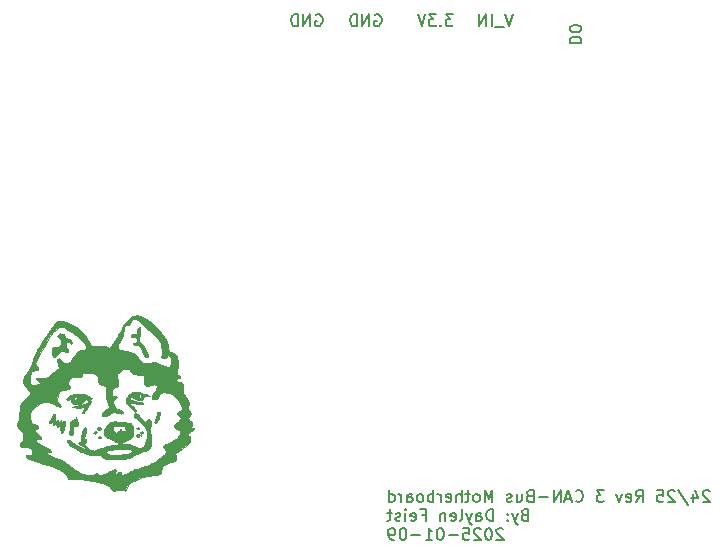
<source format=gbr>
%TF.GenerationSoftware,KiCad,Pcbnew,8.0.7*%
%TF.CreationDate,2025-01-10T10:31:37-06:00*%
%TF.ProjectId,CANBOARD_REV3,43414e42-4f41-4524-945f-524556332e6b,rev?*%
%TF.SameCoordinates,Original*%
%TF.FileFunction,Legend,Bot*%
%TF.FilePolarity,Positive*%
%FSLAX46Y46*%
G04 Gerber Fmt 4.6, Leading zero omitted, Abs format (unit mm)*
G04 Created by KiCad (PCBNEW 8.0.7) date 2025-01-10 10:31:37*
%MOMM*%
%LPD*%
G01*
G04 APERTURE LIST*
%ADD10C,0.150000*%
%ADD11C,0.010000*%
G04 APERTURE END LIST*
D10*
X51174411Y-39722438D02*
X51269649Y-39674819D01*
X51269649Y-39674819D02*
X51412506Y-39674819D01*
X51412506Y-39674819D02*
X51555363Y-39722438D01*
X51555363Y-39722438D02*
X51650601Y-39817676D01*
X51650601Y-39817676D02*
X51698220Y-39912914D01*
X51698220Y-39912914D02*
X51745839Y-40103390D01*
X51745839Y-40103390D02*
X51745839Y-40246247D01*
X51745839Y-40246247D02*
X51698220Y-40436723D01*
X51698220Y-40436723D02*
X51650601Y-40531961D01*
X51650601Y-40531961D02*
X51555363Y-40627200D01*
X51555363Y-40627200D02*
X51412506Y-40674819D01*
X51412506Y-40674819D02*
X51317268Y-40674819D01*
X51317268Y-40674819D02*
X51174411Y-40627200D01*
X51174411Y-40627200D02*
X51126792Y-40579580D01*
X51126792Y-40579580D02*
X51126792Y-40246247D01*
X51126792Y-40246247D02*
X51317268Y-40246247D01*
X50698220Y-40674819D02*
X50698220Y-39674819D01*
X50698220Y-39674819D02*
X50126792Y-40674819D01*
X50126792Y-40674819D02*
X50126792Y-39674819D01*
X49650601Y-40674819D02*
X49650601Y-39674819D01*
X49650601Y-39674819D02*
X49412506Y-39674819D01*
X49412506Y-39674819D02*
X49269649Y-39722438D01*
X49269649Y-39722438D02*
X49174411Y-39817676D01*
X49174411Y-39817676D02*
X49126792Y-39912914D01*
X49126792Y-39912914D02*
X49079173Y-40103390D01*
X49079173Y-40103390D02*
X49079173Y-40246247D01*
X49079173Y-40246247D02*
X49126792Y-40436723D01*
X49126792Y-40436723D02*
X49174411Y-40531961D01*
X49174411Y-40531961D02*
X49269649Y-40627200D01*
X49269649Y-40627200D02*
X49412506Y-40674819D01*
X49412506Y-40674819D02*
X49650601Y-40674819D01*
X67841077Y-39674819D02*
X67507744Y-40674819D01*
X67507744Y-40674819D02*
X67174411Y-39674819D01*
X67079173Y-40770057D02*
X66317268Y-40770057D01*
X66079172Y-40674819D02*
X66079172Y-39674819D01*
X65602982Y-40674819D02*
X65602982Y-39674819D01*
X65602982Y-39674819D02*
X65031554Y-40674819D01*
X65031554Y-40674819D02*
X65031554Y-39674819D01*
X62793458Y-39674819D02*
X62174411Y-39674819D01*
X62174411Y-39674819D02*
X62507744Y-40055771D01*
X62507744Y-40055771D02*
X62364887Y-40055771D01*
X62364887Y-40055771D02*
X62269649Y-40103390D01*
X62269649Y-40103390D02*
X62222030Y-40151009D01*
X62222030Y-40151009D02*
X62174411Y-40246247D01*
X62174411Y-40246247D02*
X62174411Y-40484342D01*
X62174411Y-40484342D02*
X62222030Y-40579580D01*
X62222030Y-40579580D02*
X62269649Y-40627200D01*
X62269649Y-40627200D02*
X62364887Y-40674819D01*
X62364887Y-40674819D02*
X62650601Y-40674819D01*
X62650601Y-40674819D02*
X62745839Y-40627200D01*
X62745839Y-40627200D02*
X62793458Y-40579580D01*
X61745839Y-40579580D02*
X61698220Y-40627200D01*
X61698220Y-40627200D02*
X61745839Y-40674819D01*
X61745839Y-40674819D02*
X61793458Y-40627200D01*
X61793458Y-40627200D02*
X61745839Y-40579580D01*
X61745839Y-40579580D02*
X61745839Y-40674819D01*
X61364887Y-39674819D02*
X60745840Y-39674819D01*
X60745840Y-39674819D02*
X61079173Y-40055771D01*
X61079173Y-40055771D02*
X60936316Y-40055771D01*
X60936316Y-40055771D02*
X60841078Y-40103390D01*
X60841078Y-40103390D02*
X60793459Y-40151009D01*
X60793459Y-40151009D02*
X60745840Y-40246247D01*
X60745840Y-40246247D02*
X60745840Y-40484342D01*
X60745840Y-40484342D02*
X60793459Y-40579580D01*
X60793459Y-40579580D02*
X60841078Y-40627200D01*
X60841078Y-40627200D02*
X60936316Y-40674819D01*
X60936316Y-40674819D02*
X61222030Y-40674819D01*
X61222030Y-40674819D02*
X61317268Y-40627200D01*
X61317268Y-40627200D02*
X61364887Y-40579580D01*
X60460125Y-39674819D02*
X60126792Y-40674819D01*
X60126792Y-40674819D02*
X59793459Y-39674819D01*
X84514639Y-80050169D02*
X84467020Y-80002550D01*
X84467020Y-80002550D02*
X84371782Y-79954931D01*
X84371782Y-79954931D02*
X84133687Y-79954931D01*
X84133687Y-79954931D02*
X84038449Y-80002550D01*
X84038449Y-80002550D02*
X83990830Y-80050169D01*
X83990830Y-80050169D02*
X83943211Y-80145407D01*
X83943211Y-80145407D02*
X83943211Y-80240645D01*
X83943211Y-80240645D02*
X83990830Y-80383502D01*
X83990830Y-80383502D02*
X84562258Y-80954931D01*
X84562258Y-80954931D02*
X83943211Y-80954931D01*
X83086068Y-80288264D02*
X83086068Y-80954931D01*
X83324163Y-79907312D02*
X83562258Y-80621597D01*
X83562258Y-80621597D02*
X82943211Y-80621597D01*
X81847973Y-79907312D02*
X82705115Y-81193026D01*
X81562258Y-80050169D02*
X81514639Y-80002550D01*
X81514639Y-80002550D02*
X81419401Y-79954931D01*
X81419401Y-79954931D02*
X81181306Y-79954931D01*
X81181306Y-79954931D02*
X81086068Y-80002550D01*
X81086068Y-80002550D02*
X81038449Y-80050169D01*
X81038449Y-80050169D02*
X80990830Y-80145407D01*
X80990830Y-80145407D02*
X80990830Y-80240645D01*
X80990830Y-80240645D02*
X81038449Y-80383502D01*
X81038449Y-80383502D02*
X81609877Y-80954931D01*
X81609877Y-80954931D02*
X80990830Y-80954931D01*
X80086068Y-79954931D02*
X80562258Y-79954931D01*
X80562258Y-79954931D02*
X80609877Y-80431121D01*
X80609877Y-80431121D02*
X80562258Y-80383502D01*
X80562258Y-80383502D02*
X80467020Y-80335883D01*
X80467020Y-80335883D02*
X80228925Y-80335883D01*
X80228925Y-80335883D02*
X80133687Y-80383502D01*
X80133687Y-80383502D02*
X80086068Y-80431121D01*
X80086068Y-80431121D02*
X80038449Y-80526359D01*
X80038449Y-80526359D02*
X80038449Y-80764454D01*
X80038449Y-80764454D02*
X80086068Y-80859692D01*
X80086068Y-80859692D02*
X80133687Y-80907312D01*
X80133687Y-80907312D02*
X80228925Y-80954931D01*
X80228925Y-80954931D02*
X80467020Y-80954931D01*
X80467020Y-80954931D02*
X80562258Y-80907312D01*
X80562258Y-80907312D02*
X80609877Y-80859692D01*
X78276544Y-80954931D02*
X78609877Y-80478740D01*
X78847972Y-80954931D02*
X78847972Y-79954931D01*
X78847972Y-79954931D02*
X78467020Y-79954931D01*
X78467020Y-79954931D02*
X78371782Y-80002550D01*
X78371782Y-80002550D02*
X78324163Y-80050169D01*
X78324163Y-80050169D02*
X78276544Y-80145407D01*
X78276544Y-80145407D02*
X78276544Y-80288264D01*
X78276544Y-80288264D02*
X78324163Y-80383502D01*
X78324163Y-80383502D02*
X78371782Y-80431121D01*
X78371782Y-80431121D02*
X78467020Y-80478740D01*
X78467020Y-80478740D02*
X78847972Y-80478740D01*
X77467020Y-80907312D02*
X77562258Y-80954931D01*
X77562258Y-80954931D02*
X77752734Y-80954931D01*
X77752734Y-80954931D02*
X77847972Y-80907312D01*
X77847972Y-80907312D02*
X77895591Y-80812073D01*
X77895591Y-80812073D02*
X77895591Y-80431121D01*
X77895591Y-80431121D02*
X77847972Y-80335883D01*
X77847972Y-80335883D02*
X77752734Y-80288264D01*
X77752734Y-80288264D02*
X77562258Y-80288264D01*
X77562258Y-80288264D02*
X77467020Y-80335883D01*
X77467020Y-80335883D02*
X77419401Y-80431121D01*
X77419401Y-80431121D02*
X77419401Y-80526359D01*
X77419401Y-80526359D02*
X77895591Y-80621597D01*
X77086067Y-80288264D02*
X76847972Y-80954931D01*
X76847972Y-80954931D02*
X76609877Y-80288264D01*
X75562257Y-79954931D02*
X74943210Y-79954931D01*
X74943210Y-79954931D02*
X75276543Y-80335883D01*
X75276543Y-80335883D02*
X75133686Y-80335883D01*
X75133686Y-80335883D02*
X75038448Y-80383502D01*
X75038448Y-80383502D02*
X74990829Y-80431121D01*
X74990829Y-80431121D02*
X74943210Y-80526359D01*
X74943210Y-80526359D02*
X74943210Y-80764454D01*
X74943210Y-80764454D02*
X74990829Y-80859692D01*
X74990829Y-80859692D02*
X75038448Y-80907312D01*
X75038448Y-80907312D02*
X75133686Y-80954931D01*
X75133686Y-80954931D02*
X75419400Y-80954931D01*
X75419400Y-80954931D02*
X75514638Y-80907312D01*
X75514638Y-80907312D02*
X75562257Y-80859692D01*
X73181305Y-80859692D02*
X73228924Y-80907312D01*
X73228924Y-80907312D02*
X73371781Y-80954931D01*
X73371781Y-80954931D02*
X73467019Y-80954931D01*
X73467019Y-80954931D02*
X73609876Y-80907312D01*
X73609876Y-80907312D02*
X73705114Y-80812073D01*
X73705114Y-80812073D02*
X73752733Y-80716835D01*
X73752733Y-80716835D02*
X73800352Y-80526359D01*
X73800352Y-80526359D02*
X73800352Y-80383502D01*
X73800352Y-80383502D02*
X73752733Y-80193026D01*
X73752733Y-80193026D02*
X73705114Y-80097788D01*
X73705114Y-80097788D02*
X73609876Y-80002550D01*
X73609876Y-80002550D02*
X73467019Y-79954931D01*
X73467019Y-79954931D02*
X73371781Y-79954931D01*
X73371781Y-79954931D02*
X73228924Y-80002550D01*
X73228924Y-80002550D02*
X73181305Y-80050169D01*
X72800352Y-80669216D02*
X72324162Y-80669216D01*
X72895590Y-80954931D02*
X72562257Y-79954931D01*
X72562257Y-79954931D02*
X72228924Y-80954931D01*
X71895590Y-80954931D02*
X71895590Y-79954931D01*
X71895590Y-79954931D02*
X71324162Y-80954931D01*
X71324162Y-80954931D02*
X71324162Y-79954931D01*
X70847971Y-80573978D02*
X70086067Y-80573978D01*
X69276543Y-80431121D02*
X69133686Y-80478740D01*
X69133686Y-80478740D02*
X69086067Y-80526359D01*
X69086067Y-80526359D02*
X69038448Y-80621597D01*
X69038448Y-80621597D02*
X69038448Y-80764454D01*
X69038448Y-80764454D02*
X69086067Y-80859692D01*
X69086067Y-80859692D02*
X69133686Y-80907312D01*
X69133686Y-80907312D02*
X69228924Y-80954931D01*
X69228924Y-80954931D02*
X69609876Y-80954931D01*
X69609876Y-80954931D02*
X69609876Y-79954931D01*
X69609876Y-79954931D02*
X69276543Y-79954931D01*
X69276543Y-79954931D02*
X69181305Y-80002550D01*
X69181305Y-80002550D02*
X69133686Y-80050169D01*
X69133686Y-80050169D02*
X69086067Y-80145407D01*
X69086067Y-80145407D02*
X69086067Y-80240645D01*
X69086067Y-80240645D02*
X69133686Y-80335883D01*
X69133686Y-80335883D02*
X69181305Y-80383502D01*
X69181305Y-80383502D02*
X69276543Y-80431121D01*
X69276543Y-80431121D02*
X69609876Y-80431121D01*
X68181305Y-80288264D02*
X68181305Y-80954931D01*
X68609876Y-80288264D02*
X68609876Y-80812073D01*
X68609876Y-80812073D02*
X68562257Y-80907312D01*
X68562257Y-80907312D02*
X68467019Y-80954931D01*
X68467019Y-80954931D02*
X68324162Y-80954931D01*
X68324162Y-80954931D02*
X68228924Y-80907312D01*
X68228924Y-80907312D02*
X68181305Y-80859692D01*
X67752733Y-80907312D02*
X67657495Y-80954931D01*
X67657495Y-80954931D02*
X67467019Y-80954931D01*
X67467019Y-80954931D02*
X67371781Y-80907312D01*
X67371781Y-80907312D02*
X67324162Y-80812073D01*
X67324162Y-80812073D02*
X67324162Y-80764454D01*
X67324162Y-80764454D02*
X67371781Y-80669216D01*
X67371781Y-80669216D02*
X67467019Y-80621597D01*
X67467019Y-80621597D02*
X67609876Y-80621597D01*
X67609876Y-80621597D02*
X67705114Y-80573978D01*
X67705114Y-80573978D02*
X67752733Y-80478740D01*
X67752733Y-80478740D02*
X67752733Y-80431121D01*
X67752733Y-80431121D02*
X67705114Y-80335883D01*
X67705114Y-80335883D02*
X67609876Y-80288264D01*
X67609876Y-80288264D02*
X67467019Y-80288264D01*
X67467019Y-80288264D02*
X67371781Y-80335883D01*
X66133685Y-80954931D02*
X66133685Y-79954931D01*
X66133685Y-79954931D02*
X65800352Y-80669216D01*
X65800352Y-80669216D02*
X65467019Y-79954931D01*
X65467019Y-79954931D02*
X65467019Y-80954931D01*
X64847971Y-80954931D02*
X64943209Y-80907312D01*
X64943209Y-80907312D02*
X64990828Y-80859692D01*
X64990828Y-80859692D02*
X65038447Y-80764454D01*
X65038447Y-80764454D02*
X65038447Y-80478740D01*
X65038447Y-80478740D02*
X64990828Y-80383502D01*
X64990828Y-80383502D02*
X64943209Y-80335883D01*
X64943209Y-80335883D02*
X64847971Y-80288264D01*
X64847971Y-80288264D02*
X64705114Y-80288264D01*
X64705114Y-80288264D02*
X64609876Y-80335883D01*
X64609876Y-80335883D02*
X64562257Y-80383502D01*
X64562257Y-80383502D02*
X64514638Y-80478740D01*
X64514638Y-80478740D02*
X64514638Y-80764454D01*
X64514638Y-80764454D02*
X64562257Y-80859692D01*
X64562257Y-80859692D02*
X64609876Y-80907312D01*
X64609876Y-80907312D02*
X64705114Y-80954931D01*
X64705114Y-80954931D02*
X64847971Y-80954931D01*
X64228923Y-80288264D02*
X63847971Y-80288264D01*
X64086066Y-79954931D02*
X64086066Y-80812073D01*
X64086066Y-80812073D02*
X64038447Y-80907312D01*
X64038447Y-80907312D02*
X63943209Y-80954931D01*
X63943209Y-80954931D02*
X63847971Y-80954931D01*
X63514637Y-80954931D02*
X63514637Y-79954931D01*
X63086066Y-80954931D02*
X63086066Y-80431121D01*
X63086066Y-80431121D02*
X63133685Y-80335883D01*
X63133685Y-80335883D02*
X63228923Y-80288264D01*
X63228923Y-80288264D02*
X63371780Y-80288264D01*
X63371780Y-80288264D02*
X63467018Y-80335883D01*
X63467018Y-80335883D02*
X63514637Y-80383502D01*
X62228923Y-80907312D02*
X62324161Y-80954931D01*
X62324161Y-80954931D02*
X62514637Y-80954931D01*
X62514637Y-80954931D02*
X62609875Y-80907312D01*
X62609875Y-80907312D02*
X62657494Y-80812073D01*
X62657494Y-80812073D02*
X62657494Y-80431121D01*
X62657494Y-80431121D02*
X62609875Y-80335883D01*
X62609875Y-80335883D02*
X62514637Y-80288264D01*
X62514637Y-80288264D02*
X62324161Y-80288264D01*
X62324161Y-80288264D02*
X62228923Y-80335883D01*
X62228923Y-80335883D02*
X62181304Y-80431121D01*
X62181304Y-80431121D02*
X62181304Y-80526359D01*
X62181304Y-80526359D02*
X62657494Y-80621597D01*
X61752732Y-80954931D02*
X61752732Y-80288264D01*
X61752732Y-80478740D02*
X61705113Y-80383502D01*
X61705113Y-80383502D02*
X61657494Y-80335883D01*
X61657494Y-80335883D02*
X61562256Y-80288264D01*
X61562256Y-80288264D02*
X61467018Y-80288264D01*
X61133684Y-80954931D02*
X61133684Y-79954931D01*
X61133684Y-80335883D02*
X61038446Y-80288264D01*
X61038446Y-80288264D02*
X60847970Y-80288264D01*
X60847970Y-80288264D02*
X60752732Y-80335883D01*
X60752732Y-80335883D02*
X60705113Y-80383502D01*
X60705113Y-80383502D02*
X60657494Y-80478740D01*
X60657494Y-80478740D02*
X60657494Y-80764454D01*
X60657494Y-80764454D02*
X60705113Y-80859692D01*
X60705113Y-80859692D02*
X60752732Y-80907312D01*
X60752732Y-80907312D02*
X60847970Y-80954931D01*
X60847970Y-80954931D02*
X61038446Y-80954931D01*
X61038446Y-80954931D02*
X61133684Y-80907312D01*
X60086065Y-80954931D02*
X60181303Y-80907312D01*
X60181303Y-80907312D02*
X60228922Y-80859692D01*
X60228922Y-80859692D02*
X60276541Y-80764454D01*
X60276541Y-80764454D02*
X60276541Y-80478740D01*
X60276541Y-80478740D02*
X60228922Y-80383502D01*
X60228922Y-80383502D02*
X60181303Y-80335883D01*
X60181303Y-80335883D02*
X60086065Y-80288264D01*
X60086065Y-80288264D02*
X59943208Y-80288264D01*
X59943208Y-80288264D02*
X59847970Y-80335883D01*
X59847970Y-80335883D02*
X59800351Y-80383502D01*
X59800351Y-80383502D02*
X59752732Y-80478740D01*
X59752732Y-80478740D02*
X59752732Y-80764454D01*
X59752732Y-80764454D02*
X59800351Y-80859692D01*
X59800351Y-80859692D02*
X59847970Y-80907312D01*
X59847970Y-80907312D02*
X59943208Y-80954931D01*
X59943208Y-80954931D02*
X60086065Y-80954931D01*
X58895589Y-80954931D02*
X58895589Y-80431121D01*
X58895589Y-80431121D02*
X58943208Y-80335883D01*
X58943208Y-80335883D02*
X59038446Y-80288264D01*
X59038446Y-80288264D02*
X59228922Y-80288264D01*
X59228922Y-80288264D02*
X59324160Y-80335883D01*
X58895589Y-80907312D02*
X58990827Y-80954931D01*
X58990827Y-80954931D02*
X59228922Y-80954931D01*
X59228922Y-80954931D02*
X59324160Y-80907312D01*
X59324160Y-80907312D02*
X59371779Y-80812073D01*
X59371779Y-80812073D02*
X59371779Y-80716835D01*
X59371779Y-80716835D02*
X59324160Y-80621597D01*
X59324160Y-80621597D02*
X59228922Y-80573978D01*
X59228922Y-80573978D02*
X58990827Y-80573978D01*
X58990827Y-80573978D02*
X58895589Y-80526359D01*
X58419398Y-80954931D02*
X58419398Y-80288264D01*
X58419398Y-80478740D02*
X58371779Y-80383502D01*
X58371779Y-80383502D02*
X58324160Y-80335883D01*
X58324160Y-80335883D02*
X58228922Y-80288264D01*
X58228922Y-80288264D02*
X58133684Y-80288264D01*
X57371779Y-80954931D02*
X57371779Y-79954931D01*
X57371779Y-80907312D02*
X57467017Y-80954931D01*
X57467017Y-80954931D02*
X57657493Y-80954931D01*
X57657493Y-80954931D02*
X57752731Y-80907312D01*
X57752731Y-80907312D02*
X57800350Y-80859692D01*
X57800350Y-80859692D02*
X57847969Y-80764454D01*
X57847969Y-80764454D02*
X57847969Y-80478740D01*
X57847969Y-80478740D02*
X57800350Y-80383502D01*
X57800350Y-80383502D02*
X57752731Y-80335883D01*
X57752731Y-80335883D02*
X57657493Y-80288264D01*
X57657493Y-80288264D02*
X57467017Y-80288264D01*
X57467017Y-80288264D02*
X57371779Y-80335883D01*
X68847971Y-82041065D02*
X68705114Y-82088684D01*
X68705114Y-82088684D02*
X68657495Y-82136303D01*
X68657495Y-82136303D02*
X68609876Y-82231541D01*
X68609876Y-82231541D02*
X68609876Y-82374398D01*
X68609876Y-82374398D02*
X68657495Y-82469636D01*
X68657495Y-82469636D02*
X68705114Y-82517256D01*
X68705114Y-82517256D02*
X68800352Y-82564875D01*
X68800352Y-82564875D02*
X69181304Y-82564875D01*
X69181304Y-82564875D02*
X69181304Y-81564875D01*
X69181304Y-81564875D02*
X68847971Y-81564875D01*
X68847971Y-81564875D02*
X68752733Y-81612494D01*
X68752733Y-81612494D02*
X68705114Y-81660113D01*
X68705114Y-81660113D02*
X68657495Y-81755351D01*
X68657495Y-81755351D02*
X68657495Y-81850589D01*
X68657495Y-81850589D02*
X68705114Y-81945827D01*
X68705114Y-81945827D02*
X68752733Y-81993446D01*
X68752733Y-81993446D02*
X68847971Y-82041065D01*
X68847971Y-82041065D02*
X69181304Y-82041065D01*
X68276542Y-81898208D02*
X68038447Y-82564875D01*
X67800352Y-81898208D02*
X68038447Y-82564875D01*
X68038447Y-82564875D02*
X68133685Y-82802970D01*
X68133685Y-82802970D02*
X68181304Y-82850589D01*
X68181304Y-82850589D02*
X68276542Y-82898208D01*
X67419399Y-82469636D02*
X67371780Y-82517256D01*
X67371780Y-82517256D02*
X67419399Y-82564875D01*
X67419399Y-82564875D02*
X67467018Y-82517256D01*
X67467018Y-82517256D02*
X67419399Y-82469636D01*
X67419399Y-82469636D02*
X67419399Y-82564875D01*
X67419399Y-81945827D02*
X67371780Y-81993446D01*
X67371780Y-81993446D02*
X67419399Y-82041065D01*
X67419399Y-82041065D02*
X67467018Y-81993446D01*
X67467018Y-81993446D02*
X67419399Y-81945827D01*
X67419399Y-81945827D02*
X67419399Y-82041065D01*
X66181304Y-82564875D02*
X66181304Y-81564875D01*
X66181304Y-81564875D02*
X65943209Y-81564875D01*
X65943209Y-81564875D02*
X65800352Y-81612494D01*
X65800352Y-81612494D02*
X65705114Y-81707732D01*
X65705114Y-81707732D02*
X65657495Y-81802970D01*
X65657495Y-81802970D02*
X65609876Y-81993446D01*
X65609876Y-81993446D02*
X65609876Y-82136303D01*
X65609876Y-82136303D02*
X65657495Y-82326779D01*
X65657495Y-82326779D02*
X65705114Y-82422017D01*
X65705114Y-82422017D02*
X65800352Y-82517256D01*
X65800352Y-82517256D02*
X65943209Y-82564875D01*
X65943209Y-82564875D02*
X66181304Y-82564875D01*
X64752733Y-82564875D02*
X64752733Y-82041065D01*
X64752733Y-82041065D02*
X64800352Y-81945827D01*
X64800352Y-81945827D02*
X64895590Y-81898208D01*
X64895590Y-81898208D02*
X65086066Y-81898208D01*
X65086066Y-81898208D02*
X65181304Y-81945827D01*
X64752733Y-82517256D02*
X64847971Y-82564875D01*
X64847971Y-82564875D02*
X65086066Y-82564875D01*
X65086066Y-82564875D02*
X65181304Y-82517256D01*
X65181304Y-82517256D02*
X65228923Y-82422017D01*
X65228923Y-82422017D02*
X65228923Y-82326779D01*
X65228923Y-82326779D02*
X65181304Y-82231541D01*
X65181304Y-82231541D02*
X65086066Y-82183922D01*
X65086066Y-82183922D02*
X64847971Y-82183922D01*
X64847971Y-82183922D02*
X64752733Y-82136303D01*
X64371780Y-81898208D02*
X64133685Y-82564875D01*
X63895590Y-81898208D02*
X64133685Y-82564875D01*
X64133685Y-82564875D02*
X64228923Y-82802970D01*
X64228923Y-82802970D02*
X64276542Y-82850589D01*
X64276542Y-82850589D02*
X64371780Y-82898208D01*
X63371780Y-82564875D02*
X63467018Y-82517256D01*
X63467018Y-82517256D02*
X63514637Y-82422017D01*
X63514637Y-82422017D02*
X63514637Y-81564875D01*
X62609875Y-82517256D02*
X62705113Y-82564875D01*
X62705113Y-82564875D02*
X62895589Y-82564875D01*
X62895589Y-82564875D02*
X62990827Y-82517256D01*
X62990827Y-82517256D02*
X63038446Y-82422017D01*
X63038446Y-82422017D02*
X63038446Y-82041065D01*
X63038446Y-82041065D02*
X62990827Y-81945827D01*
X62990827Y-81945827D02*
X62895589Y-81898208D01*
X62895589Y-81898208D02*
X62705113Y-81898208D01*
X62705113Y-81898208D02*
X62609875Y-81945827D01*
X62609875Y-81945827D02*
X62562256Y-82041065D01*
X62562256Y-82041065D02*
X62562256Y-82136303D01*
X62562256Y-82136303D02*
X63038446Y-82231541D01*
X62133684Y-81898208D02*
X62133684Y-82564875D01*
X62133684Y-81993446D02*
X62086065Y-81945827D01*
X62086065Y-81945827D02*
X61990827Y-81898208D01*
X61990827Y-81898208D02*
X61847970Y-81898208D01*
X61847970Y-81898208D02*
X61752732Y-81945827D01*
X61752732Y-81945827D02*
X61705113Y-82041065D01*
X61705113Y-82041065D02*
X61705113Y-82564875D01*
X60133684Y-82041065D02*
X60467017Y-82041065D01*
X60467017Y-82564875D02*
X60467017Y-81564875D01*
X60467017Y-81564875D02*
X59990827Y-81564875D01*
X59228922Y-82517256D02*
X59324160Y-82564875D01*
X59324160Y-82564875D02*
X59514636Y-82564875D01*
X59514636Y-82564875D02*
X59609874Y-82517256D01*
X59609874Y-82517256D02*
X59657493Y-82422017D01*
X59657493Y-82422017D02*
X59657493Y-82041065D01*
X59657493Y-82041065D02*
X59609874Y-81945827D01*
X59609874Y-81945827D02*
X59514636Y-81898208D01*
X59514636Y-81898208D02*
X59324160Y-81898208D01*
X59324160Y-81898208D02*
X59228922Y-81945827D01*
X59228922Y-81945827D02*
X59181303Y-82041065D01*
X59181303Y-82041065D02*
X59181303Y-82136303D01*
X59181303Y-82136303D02*
X59657493Y-82231541D01*
X58752731Y-82564875D02*
X58752731Y-81898208D01*
X58752731Y-81564875D02*
X58800350Y-81612494D01*
X58800350Y-81612494D02*
X58752731Y-81660113D01*
X58752731Y-81660113D02*
X58705112Y-81612494D01*
X58705112Y-81612494D02*
X58752731Y-81564875D01*
X58752731Y-81564875D02*
X58752731Y-81660113D01*
X58324160Y-82517256D02*
X58228922Y-82564875D01*
X58228922Y-82564875D02*
X58038446Y-82564875D01*
X58038446Y-82564875D02*
X57943208Y-82517256D01*
X57943208Y-82517256D02*
X57895589Y-82422017D01*
X57895589Y-82422017D02*
X57895589Y-82374398D01*
X57895589Y-82374398D02*
X57943208Y-82279160D01*
X57943208Y-82279160D02*
X58038446Y-82231541D01*
X58038446Y-82231541D02*
X58181303Y-82231541D01*
X58181303Y-82231541D02*
X58276541Y-82183922D01*
X58276541Y-82183922D02*
X58324160Y-82088684D01*
X58324160Y-82088684D02*
X58324160Y-82041065D01*
X58324160Y-82041065D02*
X58276541Y-81945827D01*
X58276541Y-81945827D02*
X58181303Y-81898208D01*
X58181303Y-81898208D02*
X58038446Y-81898208D01*
X58038446Y-81898208D02*
X57943208Y-81945827D01*
X57609874Y-81898208D02*
X57228922Y-81898208D01*
X57467017Y-81564875D02*
X57467017Y-82422017D01*
X57467017Y-82422017D02*
X57419398Y-82517256D01*
X57419398Y-82517256D02*
X57324160Y-82564875D01*
X57324160Y-82564875D02*
X57228922Y-82564875D01*
X67038445Y-83270057D02*
X66990826Y-83222438D01*
X66990826Y-83222438D02*
X66895588Y-83174819D01*
X66895588Y-83174819D02*
X66657493Y-83174819D01*
X66657493Y-83174819D02*
X66562255Y-83222438D01*
X66562255Y-83222438D02*
X66514636Y-83270057D01*
X66514636Y-83270057D02*
X66467017Y-83365295D01*
X66467017Y-83365295D02*
X66467017Y-83460533D01*
X66467017Y-83460533D02*
X66514636Y-83603390D01*
X66514636Y-83603390D02*
X67086064Y-84174819D01*
X67086064Y-84174819D02*
X66467017Y-84174819D01*
X65847969Y-83174819D02*
X65752731Y-83174819D01*
X65752731Y-83174819D02*
X65657493Y-83222438D01*
X65657493Y-83222438D02*
X65609874Y-83270057D01*
X65609874Y-83270057D02*
X65562255Y-83365295D01*
X65562255Y-83365295D02*
X65514636Y-83555771D01*
X65514636Y-83555771D02*
X65514636Y-83793866D01*
X65514636Y-83793866D02*
X65562255Y-83984342D01*
X65562255Y-83984342D02*
X65609874Y-84079580D01*
X65609874Y-84079580D02*
X65657493Y-84127200D01*
X65657493Y-84127200D02*
X65752731Y-84174819D01*
X65752731Y-84174819D02*
X65847969Y-84174819D01*
X65847969Y-84174819D02*
X65943207Y-84127200D01*
X65943207Y-84127200D02*
X65990826Y-84079580D01*
X65990826Y-84079580D02*
X66038445Y-83984342D01*
X66038445Y-83984342D02*
X66086064Y-83793866D01*
X66086064Y-83793866D02*
X66086064Y-83555771D01*
X66086064Y-83555771D02*
X66038445Y-83365295D01*
X66038445Y-83365295D02*
X65990826Y-83270057D01*
X65990826Y-83270057D02*
X65943207Y-83222438D01*
X65943207Y-83222438D02*
X65847969Y-83174819D01*
X65133683Y-83270057D02*
X65086064Y-83222438D01*
X65086064Y-83222438D02*
X64990826Y-83174819D01*
X64990826Y-83174819D02*
X64752731Y-83174819D01*
X64752731Y-83174819D02*
X64657493Y-83222438D01*
X64657493Y-83222438D02*
X64609874Y-83270057D01*
X64609874Y-83270057D02*
X64562255Y-83365295D01*
X64562255Y-83365295D02*
X64562255Y-83460533D01*
X64562255Y-83460533D02*
X64609874Y-83603390D01*
X64609874Y-83603390D02*
X65181302Y-84174819D01*
X65181302Y-84174819D02*
X64562255Y-84174819D01*
X63657493Y-83174819D02*
X64133683Y-83174819D01*
X64133683Y-83174819D02*
X64181302Y-83651009D01*
X64181302Y-83651009D02*
X64133683Y-83603390D01*
X64133683Y-83603390D02*
X64038445Y-83555771D01*
X64038445Y-83555771D02*
X63800350Y-83555771D01*
X63800350Y-83555771D02*
X63705112Y-83603390D01*
X63705112Y-83603390D02*
X63657493Y-83651009D01*
X63657493Y-83651009D02*
X63609874Y-83746247D01*
X63609874Y-83746247D02*
X63609874Y-83984342D01*
X63609874Y-83984342D02*
X63657493Y-84079580D01*
X63657493Y-84079580D02*
X63705112Y-84127200D01*
X63705112Y-84127200D02*
X63800350Y-84174819D01*
X63800350Y-84174819D02*
X64038445Y-84174819D01*
X64038445Y-84174819D02*
X64133683Y-84127200D01*
X64133683Y-84127200D02*
X64181302Y-84079580D01*
X63181302Y-83793866D02*
X62419398Y-83793866D01*
X61752731Y-83174819D02*
X61657493Y-83174819D01*
X61657493Y-83174819D02*
X61562255Y-83222438D01*
X61562255Y-83222438D02*
X61514636Y-83270057D01*
X61514636Y-83270057D02*
X61467017Y-83365295D01*
X61467017Y-83365295D02*
X61419398Y-83555771D01*
X61419398Y-83555771D02*
X61419398Y-83793866D01*
X61419398Y-83793866D02*
X61467017Y-83984342D01*
X61467017Y-83984342D02*
X61514636Y-84079580D01*
X61514636Y-84079580D02*
X61562255Y-84127200D01*
X61562255Y-84127200D02*
X61657493Y-84174819D01*
X61657493Y-84174819D02*
X61752731Y-84174819D01*
X61752731Y-84174819D02*
X61847969Y-84127200D01*
X61847969Y-84127200D02*
X61895588Y-84079580D01*
X61895588Y-84079580D02*
X61943207Y-83984342D01*
X61943207Y-83984342D02*
X61990826Y-83793866D01*
X61990826Y-83793866D02*
X61990826Y-83555771D01*
X61990826Y-83555771D02*
X61943207Y-83365295D01*
X61943207Y-83365295D02*
X61895588Y-83270057D01*
X61895588Y-83270057D02*
X61847969Y-83222438D01*
X61847969Y-83222438D02*
X61752731Y-83174819D01*
X60467017Y-84174819D02*
X61038445Y-84174819D01*
X60752731Y-84174819D02*
X60752731Y-83174819D01*
X60752731Y-83174819D02*
X60847969Y-83317676D01*
X60847969Y-83317676D02*
X60943207Y-83412914D01*
X60943207Y-83412914D02*
X61038445Y-83460533D01*
X60038445Y-83793866D02*
X59276541Y-83793866D01*
X58609874Y-83174819D02*
X58514636Y-83174819D01*
X58514636Y-83174819D02*
X58419398Y-83222438D01*
X58419398Y-83222438D02*
X58371779Y-83270057D01*
X58371779Y-83270057D02*
X58324160Y-83365295D01*
X58324160Y-83365295D02*
X58276541Y-83555771D01*
X58276541Y-83555771D02*
X58276541Y-83793866D01*
X58276541Y-83793866D02*
X58324160Y-83984342D01*
X58324160Y-83984342D02*
X58371779Y-84079580D01*
X58371779Y-84079580D02*
X58419398Y-84127200D01*
X58419398Y-84127200D02*
X58514636Y-84174819D01*
X58514636Y-84174819D02*
X58609874Y-84174819D01*
X58609874Y-84174819D02*
X58705112Y-84127200D01*
X58705112Y-84127200D02*
X58752731Y-84079580D01*
X58752731Y-84079580D02*
X58800350Y-83984342D01*
X58800350Y-83984342D02*
X58847969Y-83793866D01*
X58847969Y-83793866D02*
X58847969Y-83555771D01*
X58847969Y-83555771D02*
X58800350Y-83365295D01*
X58800350Y-83365295D02*
X58752731Y-83270057D01*
X58752731Y-83270057D02*
X58705112Y-83222438D01*
X58705112Y-83222438D02*
X58609874Y-83174819D01*
X57800350Y-84174819D02*
X57609874Y-84174819D01*
X57609874Y-84174819D02*
X57514636Y-84127200D01*
X57514636Y-84127200D02*
X57467017Y-84079580D01*
X57467017Y-84079580D02*
X57371779Y-83936723D01*
X57371779Y-83936723D02*
X57324160Y-83746247D01*
X57324160Y-83746247D02*
X57324160Y-83365295D01*
X57324160Y-83365295D02*
X57371779Y-83270057D01*
X57371779Y-83270057D02*
X57419398Y-83222438D01*
X57419398Y-83222438D02*
X57514636Y-83174819D01*
X57514636Y-83174819D02*
X57705112Y-83174819D01*
X57705112Y-83174819D02*
X57800350Y-83222438D01*
X57800350Y-83222438D02*
X57847969Y-83270057D01*
X57847969Y-83270057D02*
X57895588Y-83365295D01*
X57895588Y-83365295D02*
X57895588Y-83603390D01*
X57895588Y-83603390D02*
X57847969Y-83698628D01*
X57847969Y-83698628D02*
X57800350Y-83746247D01*
X57800350Y-83746247D02*
X57705112Y-83793866D01*
X57705112Y-83793866D02*
X57514636Y-83793866D01*
X57514636Y-83793866D02*
X57419398Y-83746247D01*
X57419398Y-83746247D02*
X57371779Y-83698628D01*
X57371779Y-83698628D02*
X57324160Y-83603390D01*
X56174411Y-39722438D02*
X56269649Y-39674819D01*
X56269649Y-39674819D02*
X56412506Y-39674819D01*
X56412506Y-39674819D02*
X56555363Y-39722438D01*
X56555363Y-39722438D02*
X56650601Y-39817676D01*
X56650601Y-39817676D02*
X56698220Y-39912914D01*
X56698220Y-39912914D02*
X56745839Y-40103390D01*
X56745839Y-40103390D02*
X56745839Y-40246247D01*
X56745839Y-40246247D02*
X56698220Y-40436723D01*
X56698220Y-40436723D02*
X56650601Y-40531961D01*
X56650601Y-40531961D02*
X56555363Y-40627200D01*
X56555363Y-40627200D02*
X56412506Y-40674819D01*
X56412506Y-40674819D02*
X56317268Y-40674819D01*
X56317268Y-40674819D02*
X56174411Y-40627200D01*
X56174411Y-40627200D02*
X56126792Y-40579580D01*
X56126792Y-40579580D02*
X56126792Y-40246247D01*
X56126792Y-40246247D02*
X56317268Y-40246247D01*
X55698220Y-40674819D02*
X55698220Y-39674819D01*
X55698220Y-39674819D02*
X55126792Y-40674819D01*
X55126792Y-40674819D02*
X55126792Y-39674819D01*
X54650601Y-40674819D02*
X54650601Y-39674819D01*
X54650601Y-39674819D02*
X54412506Y-39674819D01*
X54412506Y-39674819D02*
X54269649Y-39722438D01*
X54269649Y-39722438D02*
X54174411Y-39817676D01*
X54174411Y-39817676D02*
X54126792Y-39912914D01*
X54126792Y-39912914D02*
X54079173Y-40103390D01*
X54079173Y-40103390D02*
X54079173Y-40246247D01*
X54079173Y-40246247D02*
X54126792Y-40436723D01*
X54126792Y-40436723D02*
X54174411Y-40531961D01*
X54174411Y-40531961D02*
X54269649Y-40627200D01*
X54269649Y-40627200D02*
X54412506Y-40674819D01*
X54412506Y-40674819D02*
X54650601Y-40674819D01*
X72665180Y-42133094D02*
X73665180Y-42133094D01*
X73665180Y-42133094D02*
X73665180Y-41894999D01*
X73665180Y-41894999D02*
X73617561Y-41752142D01*
X73617561Y-41752142D02*
X73522323Y-41656904D01*
X73522323Y-41656904D02*
X73427085Y-41609285D01*
X73427085Y-41609285D02*
X73236609Y-41561666D01*
X73236609Y-41561666D02*
X73093752Y-41561666D01*
X73093752Y-41561666D02*
X72903276Y-41609285D01*
X72903276Y-41609285D02*
X72808038Y-41656904D01*
X72808038Y-41656904D02*
X72712800Y-41752142D01*
X72712800Y-41752142D02*
X72665180Y-41894999D01*
X72665180Y-41894999D02*
X72665180Y-42133094D01*
X73665180Y-40942618D02*
X73665180Y-40847380D01*
X73665180Y-40847380D02*
X73617561Y-40752142D01*
X73617561Y-40752142D02*
X73569942Y-40704523D01*
X73569942Y-40704523D02*
X73474704Y-40656904D01*
X73474704Y-40656904D02*
X73284228Y-40609285D01*
X73284228Y-40609285D02*
X73046133Y-40609285D01*
X73046133Y-40609285D02*
X72855657Y-40656904D01*
X72855657Y-40656904D02*
X72760419Y-40704523D01*
X72760419Y-40704523D02*
X72712800Y-40752142D01*
X72712800Y-40752142D02*
X72665180Y-40847380D01*
X72665180Y-40847380D02*
X72665180Y-40942618D01*
X72665180Y-40942618D02*
X72712800Y-41037856D01*
X72712800Y-41037856D02*
X72760419Y-41085475D01*
X72760419Y-41085475D02*
X72855657Y-41133094D01*
X72855657Y-41133094D02*
X73046133Y-41180713D01*
X73046133Y-41180713D02*
X73284228Y-41180713D01*
X73284228Y-41180713D02*
X73474704Y-41133094D01*
X73474704Y-41133094D02*
X73569942Y-41085475D01*
X73569942Y-41085475D02*
X73617561Y-41037856D01*
X73617561Y-41037856D02*
X73665180Y-40942618D01*
D11*
%TO.C,G\u002A\u002A\u002A*%
X30873667Y-73806000D02*
X30870612Y-73822808D01*
X30845445Y-73827166D01*
X30840378Y-73822513D01*
X30845445Y-73784833D01*
X30858178Y-73779866D01*
X30873667Y-73806000D01*
G36*
X30873667Y-73806000D02*
G01*
X30870612Y-73822808D01*
X30845445Y-73827166D01*
X30840378Y-73822513D01*
X30845445Y-73784833D01*
X30858178Y-73779866D01*
X30873667Y-73806000D01*
G37*
X32603297Y-75007840D02*
X32630500Y-75075003D01*
X32609373Y-75136429D01*
X32524667Y-75173156D01*
X32449492Y-75178705D01*
X32363977Y-75142837D01*
X32344239Y-75121888D01*
X32340896Y-75082291D01*
X32402613Y-75034978D01*
X32429687Y-75019798D01*
X32531468Y-74988579D01*
X32603297Y-75007840D01*
G36*
X32603297Y-75007840D02*
G01*
X32630500Y-75075003D01*
X32609373Y-75136429D01*
X32524667Y-75173156D01*
X32449492Y-75178705D01*
X32363977Y-75142837D01*
X32344239Y-75121888D01*
X32340896Y-75082291D01*
X32402613Y-75034978D01*
X32429687Y-75019798D01*
X32531468Y-74988579D01*
X32603297Y-75007840D01*
G37*
X32928905Y-75382999D02*
X32962290Y-75428705D01*
X32988987Y-75514574D01*
X32984458Y-75554204D01*
X32947717Y-75578814D01*
X32853097Y-75578074D01*
X32798709Y-75570999D01*
X32715700Y-75532744D01*
X32708303Y-75470889D01*
X32779482Y-75392888D01*
X32841248Y-75350429D01*
X32883214Y-75345624D01*
X32928905Y-75382999D01*
G36*
X32928905Y-75382999D02*
G01*
X32962290Y-75428705D01*
X32988987Y-75514574D01*
X32984458Y-75554204D01*
X32947717Y-75578814D01*
X32853097Y-75578074D01*
X32798709Y-75570999D01*
X32715700Y-75532744D01*
X32708303Y-75470889D01*
X32779482Y-75392888D01*
X32841248Y-75350429D01*
X32883214Y-75345624D01*
X32928905Y-75382999D01*
G37*
X36543165Y-75015815D02*
X36559500Y-75070737D01*
X36505541Y-75130552D01*
X36462489Y-75150085D01*
X36363605Y-75170240D01*
X36349117Y-75169952D01*
X36303448Y-75148892D01*
X36300105Y-75083937D01*
X36302214Y-75072052D01*
X36337899Y-75010180D01*
X36426338Y-74986837D01*
X36468082Y-74986735D01*
X36543165Y-75015815D01*
G36*
X36543165Y-75015815D02*
G01*
X36559500Y-75070737D01*
X36505541Y-75130552D01*
X36462489Y-75150085D01*
X36363605Y-75170240D01*
X36349117Y-75169952D01*
X36303448Y-75148892D01*
X36300105Y-75083937D01*
X36302214Y-75072052D01*
X36337899Y-75010180D01*
X36426338Y-74986837D01*
X36468082Y-74986735D01*
X36543165Y-75015815D01*
G37*
X36190533Y-74686510D02*
X36222713Y-74727334D01*
X36245312Y-74790250D01*
X36240558Y-74814849D01*
X36221988Y-74798242D01*
X36189763Y-74776708D01*
X36098330Y-74777871D01*
X36073955Y-74782010D01*
X36011622Y-74778420D01*
X35996000Y-74733588D01*
X35997529Y-74717273D01*
X36039234Y-74661700D01*
X36114246Y-74648862D01*
X36190533Y-74686510D01*
G36*
X36190533Y-74686510D02*
G01*
X36222713Y-74727334D01*
X36245312Y-74790250D01*
X36240558Y-74814849D01*
X36221988Y-74798242D01*
X36189763Y-74776708D01*
X36098330Y-74777871D01*
X36073955Y-74782010D01*
X36011622Y-74778420D01*
X35996000Y-74733588D01*
X35997529Y-74717273D01*
X36039234Y-74661700D01*
X36114246Y-74648862D01*
X36190533Y-74686510D01*
G37*
X32923604Y-74648094D02*
X32988088Y-74677095D01*
X32991898Y-74680800D01*
X33009682Y-74745262D01*
X32972936Y-74815830D01*
X32895569Y-74864351D01*
X32852432Y-74876041D01*
X32785638Y-74875848D01*
X32715756Y-74833781D01*
X32678544Y-74792455D01*
X32670399Y-74735934D01*
X32680035Y-74714543D01*
X32694000Y-74660653D01*
X32695976Y-74653662D01*
X32743958Y-74634500D01*
X32831031Y-74633270D01*
X32923604Y-74648094D01*
G36*
X32923604Y-74648094D02*
G01*
X32988088Y-74677095D01*
X32991898Y-74680800D01*
X33009682Y-74745262D01*
X32972936Y-74815830D01*
X32895569Y-74864351D01*
X32852432Y-74876041D01*
X32785638Y-74875848D01*
X32715756Y-74833781D01*
X32678544Y-74792455D01*
X32670399Y-74735934D01*
X32680035Y-74714543D01*
X32694000Y-74660653D01*
X32695976Y-74653662D01*
X32743958Y-74634500D01*
X32831031Y-74633270D01*
X32923604Y-74648094D01*
G37*
X36237997Y-75245034D02*
X36326420Y-75300144D01*
X36351531Y-75331638D01*
X36354362Y-75351311D01*
X36297053Y-75331894D01*
X36294703Y-75330951D01*
X36213613Y-75302892D01*
X36187065Y-75315737D01*
X36197306Y-75377625D01*
X36203072Y-75405944D01*
X36187813Y-75447477D01*
X36111952Y-75457000D01*
X36034511Y-75445971D01*
X35949640Y-75405735D01*
X35926060Y-75380621D01*
X35926839Y-75342477D01*
X35991480Y-75294610D01*
X36120407Y-75243133D01*
X36237997Y-75245034D01*
G36*
X36237997Y-75245034D02*
G01*
X36326420Y-75300144D01*
X36351531Y-75331638D01*
X36354362Y-75351311D01*
X36297053Y-75331894D01*
X36294703Y-75330951D01*
X36213613Y-75302892D01*
X36187065Y-75315737D01*
X36197306Y-75377625D01*
X36203072Y-75405944D01*
X36187813Y-75447477D01*
X36111952Y-75457000D01*
X36034511Y-75445971D01*
X35949640Y-75405735D01*
X35926060Y-75380621D01*
X35926839Y-75342477D01*
X35991480Y-75294610D01*
X36120407Y-75243133D01*
X36237997Y-75245034D01*
G37*
X37823967Y-73337503D02*
X37898864Y-73360642D01*
X37945723Y-73384981D01*
X37971843Y-73431322D01*
X37961706Y-73514027D01*
X37944803Y-73580225D01*
X37906826Y-73709872D01*
X37859953Y-73856697D01*
X37810799Y-74000875D01*
X37765980Y-74122582D01*
X37732113Y-74201995D01*
X37679617Y-74262536D01*
X37607763Y-74285613D01*
X37546177Y-74262799D01*
X37520114Y-74194937D01*
X37521359Y-74180951D01*
X37536959Y-74108024D01*
X37566853Y-73997222D01*
X37606504Y-73862831D01*
X37651378Y-73719140D01*
X37696939Y-73580436D01*
X37738653Y-73461005D01*
X37771985Y-73375137D01*
X37792399Y-73337117D01*
X37823967Y-73337503D01*
G36*
X37823967Y-73337503D02*
G01*
X37898864Y-73360642D01*
X37945723Y-73384981D01*
X37971843Y-73431322D01*
X37961706Y-73514027D01*
X37944803Y-73580225D01*
X37906826Y-73709872D01*
X37859953Y-73856697D01*
X37810799Y-74000875D01*
X37765980Y-74122582D01*
X37732113Y-74201995D01*
X37679617Y-74262536D01*
X37607763Y-74285613D01*
X37546177Y-74262799D01*
X37520114Y-74194937D01*
X37521359Y-74180951D01*
X37536959Y-74108024D01*
X37566853Y-73997222D01*
X37606504Y-73862831D01*
X37651378Y-73719140D01*
X37696939Y-73580436D01*
X37738653Y-73461005D01*
X37771985Y-73375137D01*
X37792399Y-73337117D01*
X37823967Y-73337503D01*
G37*
X30879195Y-73893697D02*
X30918234Y-73953281D01*
X30929823Y-73977939D01*
X30966725Y-74070177D01*
X31007568Y-74185616D01*
X31045449Y-74303215D01*
X31073463Y-74401931D01*
X31084708Y-74460722D01*
X31070507Y-74475041D01*
X30994140Y-74498996D01*
X30873667Y-74517378D01*
X30662000Y-74538437D01*
X30662000Y-74856930D01*
X30660424Y-74943643D01*
X30651655Y-75076375D01*
X30636916Y-75179803D01*
X30618177Y-75236837D01*
X30568692Y-75275991D01*
X30447936Y-75298250D01*
X30358181Y-75287426D01*
X30277978Y-75234103D01*
X30257724Y-75137820D01*
X30298304Y-75000341D01*
X30328707Y-74909280D01*
X30356884Y-74747778D01*
X30368056Y-74558952D01*
X30373508Y-74405665D01*
X30396222Y-74242970D01*
X30440260Y-74126303D01*
X30509691Y-74046092D01*
X30608580Y-73992763D01*
X30617201Y-73989503D01*
X30728089Y-73943051D01*
X30808961Y-73902000D01*
X30839016Y-73886681D01*
X30879195Y-73893697D01*
G36*
X30879195Y-73893697D02*
G01*
X30918234Y-73953281D01*
X30929823Y-73977939D01*
X30966725Y-74070177D01*
X31007568Y-74185616D01*
X31045449Y-74303215D01*
X31073463Y-74401931D01*
X31084708Y-74460722D01*
X31070507Y-74475041D01*
X30994140Y-74498996D01*
X30873667Y-74517378D01*
X30662000Y-74538437D01*
X30662000Y-74856930D01*
X30660424Y-74943643D01*
X30651655Y-75076375D01*
X30636916Y-75179803D01*
X30618177Y-75236837D01*
X30568692Y-75275991D01*
X30447936Y-75298250D01*
X30358181Y-75287426D01*
X30277978Y-75234103D01*
X30257724Y-75137820D01*
X30298304Y-75000341D01*
X30328707Y-74909280D01*
X30356884Y-74747778D01*
X30368056Y-74558952D01*
X30373508Y-74405665D01*
X30396222Y-74242970D01*
X30440260Y-74126303D01*
X30509691Y-74046092D01*
X30608580Y-73992763D01*
X30617201Y-73989503D01*
X30728089Y-73943051D01*
X30808961Y-73902000D01*
X30839016Y-73886681D01*
X30879195Y-73893697D01*
G37*
X36299799Y-66154170D02*
X36318497Y-66229432D01*
X36324941Y-66343718D01*
X36319344Y-66482293D01*
X36301921Y-66630424D01*
X36272885Y-66773375D01*
X36255211Y-66844364D01*
X36216477Y-67036333D01*
X36206015Y-67184988D01*
X36225378Y-67303326D01*
X36276118Y-67404344D01*
X36359788Y-67501038D01*
X36420097Y-67564941D01*
X36530513Y-67702435D01*
X36640422Y-67861447D01*
X36744034Y-68030967D01*
X36835555Y-68199990D01*
X36909193Y-68357506D01*
X36959155Y-68492510D01*
X36979650Y-68593992D01*
X36964885Y-68650945D01*
X36915972Y-68676969D01*
X36817404Y-68694250D01*
X36786515Y-68691911D01*
X36722406Y-68666788D01*
X36662526Y-68608245D01*
X36602019Y-68509021D01*
X36536025Y-68361853D01*
X36459687Y-68159480D01*
X36419682Y-68054707D01*
X36359728Y-67917914D01*
X36302922Y-67808763D01*
X36257566Y-67744307D01*
X36239155Y-67726839D01*
X36177450Y-67686047D01*
X36095034Y-67670060D01*
X35960383Y-67671113D01*
X35940585Y-67671871D01*
X35814393Y-67671301D01*
X35742904Y-67654397D01*
X35700312Y-67615653D01*
X35689865Y-67599711D01*
X35684138Y-67562065D01*
X35727957Y-67528631D01*
X35835834Y-67485471D01*
X36017167Y-67419485D01*
X36002849Y-67213421D01*
X35998338Y-67161012D01*
X35975926Y-67051884D01*
X35931560Y-66995819D01*
X35855331Y-66985335D01*
X35737330Y-67012950D01*
X35695072Y-67024479D01*
X35599901Y-67027896D01*
X35547541Y-66980739D01*
X35530982Y-66878436D01*
X35537338Y-66826171D01*
X35577073Y-66776689D01*
X35667932Y-66746358D01*
X35826667Y-66726573D01*
X36017167Y-66709875D01*
X36042079Y-66519375D01*
X36063908Y-66383299D01*
X36095936Y-66269049D01*
X36136726Y-66205602D01*
X36189353Y-66186000D01*
X36215963Y-66182569D01*
X36250000Y-66152376D01*
X36251749Y-66142278D01*
X36282178Y-66133667D01*
X36299799Y-66154170D01*
G36*
X36299799Y-66154170D02*
G01*
X36318497Y-66229432D01*
X36324941Y-66343718D01*
X36319344Y-66482293D01*
X36301921Y-66630424D01*
X36272885Y-66773375D01*
X36255211Y-66844364D01*
X36216477Y-67036333D01*
X36206015Y-67184988D01*
X36225378Y-67303326D01*
X36276118Y-67404344D01*
X36359788Y-67501038D01*
X36420097Y-67564941D01*
X36530513Y-67702435D01*
X36640422Y-67861447D01*
X36744034Y-68030967D01*
X36835555Y-68199990D01*
X36909193Y-68357506D01*
X36959155Y-68492510D01*
X36979650Y-68593992D01*
X36964885Y-68650945D01*
X36915972Y-68676969D01*
X36817404Y-68694250D01*
X36786515Y-68691911D01*
X36722406Y-68666788D01*
X36662526Y-68608245D01*
X36602019Y-68509021D01*
X36536025Y-68361853D01*
X36459687Y-68159480D01*
X36419682Y-68054707D01*
X36359728Y-67917914D01*
X36302922Y-67808763D01*
X36257566Y-67744307D01*
X36239155Y-67726839D01*
X36177450Y-67686047D01*
X36095034Y-67670060D01*
X35960383Y-67671113D01*
X35940585Y-67671871D01*
X35814393Y-67671301D01*
X35742904Y-67654397D01*
X35700312Y-67615653D01*
X35689865Y-67599711D01*
X35684138Y-67562065D01*
X35727957Y-67528631D01*
X35835834Y-67485471D01*
X36017167Y-67419485D01*
X36002849Y-67213421D01*
X35998338Y-67161012D01*
X35975926Y-67051884D01*
X35931560Y-66995819D01*
X35855331Y-66985335D01*
X35737330Y-67012950D01*
X35695072Y-67024479D01*
X35599901Y-67027896D01*
X35547541Y-66980739D01*
X35530982Y-66878436D01*
X35537338Y-66826171D01*
X35577073Y-66776689D01*
X35667932Y-66746358D01*
X35826667Y-66726573D01*
X36017167Y-66709875D01*
X36042079Y-66519375D01*
X36063908Y-66383299D01*
X36095936Y-66269049D01*
X36136726Y-66205602D01*
X36189353Y-66186000D01*
X36215963Y-66182569D01*
X36250000Y-66152376D01*
X36251749Y-66142278D01*
X36282178Y-66133667D01*
X36299799Y-66154170D01*
G37*
X29081999Y-73506696D02*
X29092450Y-73519448D01*
X29115051Y-73580896D01*
X29120480Y-73681383D01*
X29109733Y-73832624D01*
X29099440Y-73939232D01*
X29094932Y-74027881D01*
X29102388Y-74073957D01*
X29124258Y-74089057D01*
X29162989Y-74084774D01*
X29211604Y-74074713D01*
X29306328Y-74055933D01*
X29348803Y-74061709D01*
X29383356Y-74115562D01*
X29408167Y-74174956D01*
X29450854Y-74176759D01*
X29514092Y-74117595D01*
X29571884Y-74048190D01*
X29635540Y-74139309D01*
X29699197Y-74230429D01*
X29781963Y-74145214D01*
X29851657Y-74083297D01*
X29904618Y-74067085D01*
X29933551Y-74109894D01*
X29942333Y-74213371D01*
X29934691Y-74314519D01*
X29912953Y-74454391D01*
X29881005Y-74613220D01*
X29842752Y-74774593D01*
X29802096Y-74922094D01*
X29762940Y-75039310D01*
X29729186Y-75109824D01*
X29701802Y-75145396D01*
X29667430Y-75162426D01*
X29625233Y-75129403D01*
X29616719Y-75117534D01*
X29590340Y-75045791D01*
X29566903Y-74935187D01*
X29550666Y-74804285D01*
X29538149Y-74678273D01*
X29519421Y-74570657D01*
X29494745Y-74516275D01*
X29461139Y-74509382D01*
X29415622Y-74544237D01*
X29403190Y-74556346D01*
X29330834Y-74598063D01*
X29273685Y-74580952D01*
X29236157Y-74508661D01*
X29222667Y-74384838D01*
X29222667Y-74270369D01*
X29103934Y-74355684D01*
X29081632Y-74371350D01*
X29002500Y-74420991D01*
X28955767Y-74441000D01*
X28949185Y-74437777D01*
X28932866Y-74393553D01*
X28926333Y-74314000D01*
X28924182Y-74253594D01*
X28904937Y-74199643D01*
X28853907Y-74200373D01*
X28757000Y-74250500D01*
X28740284Y-74260176D01*
X28640307Y-74308106D01*
X28588629Y-74307057D01*
X28581579Y-74254352D01*
X28615483Y-74147312D01*
X28645553Y-74075349D01*
X28720322Y-73918156D01*
X28804915Y-73760982D01*
X28888086Y-73624125D01*
X28958592Y-73527884D01*
X29002318Y-73481990D01*
X29038880Y-73471261D01*
X29081999Y-73506696D01*
G36*
X29081999Y-73506696D02*
G01*
X29092450Y-73519448D01*
X29115051Y-73580896D01*
X29120480Y-73681383D01*
X29109733Y-73832624D01*
X29099440Y-73939232D01*
X29094932Y-74027881D01*
X29102388Y-74073957D01*
X29124258Y-74089057D01*
X29162989Y-74084774D01*
X29211604Y-74074713D01*
X29306328Y-74055933D01*
X29348803Y-74061709D01*
X29383356Y-74115562D01*
X29408167Y-74174956D01*
X29450854Y-74176759D01*
X29514092Y-74117595D01*
X29571884Y-74048190D01*
X29635540Y-74139309D01*
X29699197Y-74230429D01*
X29781963Y-74145214D01*
X29851657Y-74083297D01*
X29904618Y-74067085D01*
X29933551Y-74109894D01*
X29942333Y-74213371D01*
X29934691Y-74314519D01*
X29912953Y-74454391D01*
X29881005Y-74613220D01*
X29842752Y-74774593D01*
X29802096Y-74922094D01*
X29762940Y-75039310D01*
X29729186Y-75109824D01*
X29701802Y-75145396D01*
X29667430Y-75162426D01*
X29625233Y-75129403D01*
X29616719Y-75117534D01*
X29590340Y-75045791D01*
X29566903Y-74935187D01*
X29550666Y-74804285D01*
X29538149Y-74678273D01*
X29519421Y-74570657D01*
X29494745Y-74516275D01*
X29461139Y-74509382D01*
X29415622Y-74544237D01*
X29403190Y-74556346D01*
X29330834Y-74598063D01*
X29273685Y-74580952D01*
X29236157Y-74508661D01*
X29222667Y-74384838D01*
X29222667Y-74270369D01*
X29103934Y-74355684D01*
X29081632Y-74371350D01*
X29002500Y-74420991D01*
X28955767Y-74441000D01*
X28949185Y-74437777D01*
X28932866Y-74393553D01*
X28926333Y-74314000D01*
X28924182Y-74253594D01*
X28904937Y-74199643D01*
X28853907Y-74200373D01*
X28757000Y-74250500D01*
X28740284Y-74260176D01*
X28640307Y-74308106D01*
X28588629Y-74307057D01*
X28581579Y-74254352D01*
X28615483Y-74147312D01*
X28645553Y-74075349D01*
X28720322Y-73918156D01*
X28804915Y-73760982D01*
X28888086Y-73624125D01*
X28958592Y-73527884D01*
X29002318Y-73481990D01*
X29038880Y-73471261D01*
X29081999Y-73506696D01*
G37*
X29545111Y-66688000D02*
X29542231Y-66692131D01*
X29564586Y-66709562D01*
X29664713Y-66704023D01*
X29683056Y-66701857D01*
X29756411Y-66698057D01*
X29808953Y-66713451D01*
X29851559Y-66758534D01*
X29895106Y-66843801D01*
X29950473Y-66979750D01*
X29971252Y-67027450D01*
X30020442Y-67097378D01*
X30075611Y-67114115D01*
X30216852Y-67124600D01*
X30349002Y-67190501D01*
X30451333Y-67304951D01*
X30456065Y-67312820D01*
X30520514Y-67440279D01*
X30532017Y-67518211D01*
X30490618Y-67546583D01*
X30396363Y-67525363D01*
X30249296Y-67454516D01*
X30073912Y-67357782D01*
X30052318Y-67462453D01*
X30047066Y-67487930D01*
X30015601Y-67645931D01*
X29998936Y-67755514D01*
X29998500Y-67829295D01*
X30015720Y-67879894D01*
X30052025Y-67919929D01*
X30108842Y-67962020D01*
X30181607Y-68026376D01*
X30232356Y-68112116D01*
X30230313Y-68185519D01*
X30171704Y-68230478D01*
X30139058Y-68238486D01*
X29979613Y-68244506D01*
X29838992Y-68201115D01*
X29725980Y-68155129D01*
X29615223Y-68157681D01*
X29508114Y-68217420D01*
X29395799Y-68337062D01*
X29323191Y-68427060D01*
X29228031Y-68538794D01*
X29150921Y-68622812D01*
X29095629Y-68674915D01*
X29027837Y-68719943D01*
X28975202Y-68721956D01*
X28934745Y-68676856D01*
X28903490Y-68580548D01*
X28878459Y-68428934D01*
X28856675Y-68217917D01*
X28850431Y-68137501D01*
X28846291Y-68003233D01*
X28855705Y-67921936D01*
X28879130Y-67886882D01*
X28920676Y-67875959D01*
X29029717Y-67859790D01*
X29170839Y-67846306D01*
X29176675Y-67845875D01*
X29358355Y-67823047D01*
X29476861Y-67779112D01*
X29552428Y-67701570D01*
X29605292Y-67577919D01*
X29622315Y-67517255D01*
X29634274Y-67348303D01*
X29578502Y-67199275D01*
X29449488Y-67051548D01*
X29291190Y-66906662D01*
X29378501Y-66793750D01*
X29397541Y-66770317D01*
X29465583Y-66701644D01*
X29519465Y-66667425D01*
X29541887Y-66665078D01*
X29545111Y-66688000D01*
G36*
X29545111Y-66688000D02*
G01*
X29542231Y-66692131D01*
X29564586Y-66709562D01*
X29664713Y-66704023D01*
X29683056Y-66701857D01*
X29756411Y-66698057D01*
X29808953Y-66713451D01*
X29851559Y-66758534D01*
X29895106Y-66843801D01*
X29950473Y-66979750D01*
X29971252Y-67027450D01*
X30020442Y-67097378D01*
X30075611Y-67114115D01*
X30216852Y-67124600D01*
X30349002Y-67190501D01*
X30451333Y-67304951D01*
X30456065Y-67312820D01*
X30520514Y-67440279D01*
X30532017Y-67518211D01*
X30490618Y-67546583D01*
X30396363Y-67525363D01*
X30249296Y-67454516D01*
X30073912Y-67357782D01*
X30052318Y-67462453D01*
X30047066Y-67487930D01*
X30015601Y-67645931D01*
X29998936Y-67755514D01*
X29998500Y-67829295D01*
X30015720Y-67879894D01*
X30052025Y-67919929D01*
X30108842Y-67962020D01*
X30181607Y-68026376D01*
X30232356Y-68112116D01*
X30230313Y-68185519D01*
X30171704Y-68230478D01*
X30139058Y-68238486D01*
X29979613Y-68244506D01*
X29838992Y-68201115D01*
X29725980Y-68155129D01*
X29615223Y-68157681D01*
X29508114Y-68217420D01*
X29395799Y-68337062D01*
X29323191Y-68427060D01*
X29228031Y-68538794D01*
X29150921Y-68622812D01*
X29095629Y-68674915D01*
X29027837Y-68719943D01*
X28975202Y-68721956D01*
X28934745Y-68676856D01*
X28903490Y-68580548D01*
X28878459Y-68428934D01*
X28856675Y-68217917D01*
X28850431Y-68137501D01*
X28846291Y-68003233D01*
X28855705Y-67921936D01*
X28879130Y-67886882D01*
X28920676Y-67875959D01*
X29029717Y-67859790D01*
X29170839Y-67846306D01*
X29176675Y-67845875D01*
X29358355Y-67823047D01*
X29476861Y-67779112D01*
X29552428Y-67701570D01*
X29605292Y-67577919D01*
X29622315Y-67517255D01*
X29634274Y-67348303D01*
X29578502Y-67199275D01*
X29449488Y-67051548D01*
X29291190Y-66906662D01*
X29378501Y-66793750D01*
X29397541Y-66770317D01*
X29465583Y-66701644D01*
X29519465Y-66667425D01*
X29541887Y-66665078D01*
X29545111Y-66688000D01*
G37*
X36581648Y-72184997D02*
X36525715Y-72273105D01*
X36459527Y-72333953D01*
X36376713Y-72361422D01*
X36308098Y-72366146D01*
X36139285Y-72340641D01*
X35957013Y-72272932D01*
X35783891Y-72170308D01*
X35719415Y-72126431D01*
X35623431Y-72082386D01*
X35540475Y-72080311D01*
X35496122Y-72094305D01*
X35451200Y-72144253D01*
X35465337Y-72212912D01*
X35530667Y-72289257D01*
X35639325Y-72362263D01*
X35783445Y-72420903D01*
X35857012Y-72439745D01*
X36025039Y-72471177D01*
X36196988Y-72492435D01*
X36377353Y-72512066D01*
X36508060Y-72539724D01*
X36562167Y-72574393D01*
X36543883Y-72617589D01*
X36512436Y-72634979D01*
X36397736Y-72656465D01*
X36229400Y-72660207D01*
X36025848Y-72646274D01*
X35805500Y-72614739D01*
X35686415Y-72594137D01*
X35565784Y-72575587D01*
X35498583Y-72568245D01*
X35453276Y-72582171D01*
X35458242Y-72632998D01*
X35522356Y-72723158D01*
X35646750Y-72854839D01*
X35663504Y-72871407D01*
X35765669Y-72972516D01*
X35850525Y-73056620D01*
X35901132Y-73106931D01*
X35930240Y-73161172D01*
X35927590Y-73260848D01*
X35925799Y-73267357D01*
X35899718Y-73333921D01*
X35874292Y-73361051D01*
X35853950Y-73345530D01*
X35793026Y-73284762D01*
X35700512Y-73186127D01*
X35584524Y-73058315D01*
X35453173Y-72910017D01*
X35358266Y-72801464D01*
X35231745Y-72652431D01*
X35146129Y-72537881D01*
X35098069Y-72446029D01*
X35084215Y-72365093D01*
X35101218Y-72283286D01*
X35145728Y-72188826D01*
X35214396Y-72069929D01*
X35282729Y-71962457D01*
X35380606Y-71845437D01*
X36207667Y-71845437D01*
X36207667Y-72028000D01*
X36212091Y-72114342D01*
X36231967Y-72170705D01*
X36272495Y-72186750D01*
X36306703Y-72180648D01*
X36362650Y-72137251D01*
X36372306Y-72089091D01*
X36362991Y-72005796D01*
X36336378Y-71918466D01*
X36299751Y-71849582D01*
X36260394Y-71821625D01*
X36241274Y-71823254D01*
X36207667Y-71845437D01*
X35380606Y-71845437D01*
X35417528Y-71801294D01*
X35565753Y-71693967D01*
X35737573Y-71634135D01*
X35943155Y-71615459D01*
X36028239Y-71617898D01*
X36135992Y-71631444D01*
X36257395Y-71661483D01*
X36412283Y-71713175D01*
X36620488Y-71791681D01*
X36799572Y-71862243D01*
X36953250Y-71924913D01*
X37064072Y-71972451D01*
X37115717Y-71998056D01*
X37115741Y-72010857D01*
X37049854Y-72023531D01*
X36912287Y-72028000D01*
X36668641Y-72028000D01*
X36634790Y-72089091D01*
X36581648Y-72184997D01*
G36*
X36581648Y-72184997D02*
G01*
X36525715Y-72273105D01*
X36459527Y-72333953D01*
X36376713Y-72361422D01*
X36308098Y-72366146D01*
X36139285Y-72340641D01*
X35957013Y-72272932D01*
X35783891Y-72170308D01*
X35719415Y-72126431D01*
X35623431Y-72082386D01*
X35540475Y-72080311D01*
X35496122Y-72094305D01*
X35451200Y-72144253D01*
X35465337Y-72212912D01*
X35530667Y-72289257D01*
X35639325Y-72362263D01*
X35783445Y-72420903D01*
X35857012Y-72439745D01*
X36025039Y-72471177D01*
X36196988Y-72492435D01*
X36377353Y-72512066D01*
X36508060Y-72539724D01*
X36562167Y-72574393D01*
X36543883Y-72617589D01*
X36512436Y-72634979D01*
X36397736Y-72656465D01*
X36229400Y-72660207D01*
X36025848Y-72646274D01*
X35805500Y-72614739D01*
X35686415Y-72594137D01*
X35565784Y-72575587D01*
X35498583Y-72568245D01*
X35453276Y-72582171D01*
X35458242Y-72632998D01*
X35522356Y-72723158D01*
X35646750Y-72854839D01*
X35663504Y-72871407D01*
X35765669Y-72972516D01*
X35850525Y-73056620D01*
X35901132Y-73106931D01*
X35930240Y-73161172D01*
X35927590Y-73260848D01*
X35925799Y-73267357D01*
X35899718Y-73333921D01*
X35874292Y-73361051D01*
X35853950Y-73345530D01*
X35793026Y-73284762D01*
X35700512Y-73186127D01*
X35584524Y-73058315D01*
X35453173Y-72910017D01*
X35358266Y-72801464D01*
X35231745Y-72652431D01*
X35146129Y-72537881D01*
X35098069Y-72446029D01*
X35084215Y-72365093D01*
X35101218Y-72283286D01*
X35145728Y-72188826D01*
X35214396Y-72069929D01*
X35282729Y-71962457D01*
X35380606Y-71845437D01*
X36207667Y-71845437D01*
X36207667Y-72028000D01*
X36212091Y-72114342D01*
X36231967Y-72170705D01*
X36272495Y-72186750D01*
X36306703Y-72180648D01*
X36362650Y-72137251D01*
X36372306Y-72089091D01*
X36362991Y-72005796D01*
X36336378Y-71918466D01*
X36299751Y-71849582D01*
X36260394Y-71821625D01*
X36241274Y-71823254D01*
X36207667Y-71845437D01*
X35380606Y-71845437D01*
X35417528Y-71801294D01*
X35565753Y-71693967D01*
X35737573Y-71634135D01*
X35943155Y-71615459D01*
X36028239Y-71617898D01*
X36135992Y-71631444D01*
X36257395Y-71661483D01*
X36412283Y-71713175D01*
X36620488Y-71791681D01*
X36799572Y-71862243D01*
X36953250Y-71924913D01*
X37064072Y-71972451D01*
X37115717Y-71998056D01*
X37115741Y-72010857D01*
X37049854Y-72023531D01*
X36912287Y-72028000D01*
X36668641Y-72028000D01*
X36634790Y-72089091D01*
X36581648Y-72184997D01*
G37*
X32166118Y-72132667D02*
X32223884Y-72160118D01*
X32233234Y-72166867D01*
X32196826Y-72188140D01*
X32102579Y-72214469D01*
X31922222Y-72254996D01*
X32032945Y-72341672D01*
X32049394Y-72354974D01*
X32116469Y-72420300D01*
X32143667Y-72466696D01*
X32134016Y-72490515D01*
X32091979Y-72564997D01*
X32022392Y-72678388D01*
X31931588Y-72820438D01*
X31825902Y-72980896D01*
X31763162Y-73074230D01*
X31654477Y-73230955D01*
X31571976Y-73340437D01*
X31509590Y-73409810D01*
X31461249Y-73446203D01*
X31420882Y-73456750D01*
X31383731Y-73454230D01*
X31358589Y-73439333D01*
X31357768Y-73402869D01*
X31383772Y-73335719D01*
X31439104Y-73228765D01*
X31526267Y-73072885D01*
X31662825Y-72831896D01*
X31490496Y-72905815D01*
X31401817Y-72935856D01*
X31188247Y-72971557D01*
X30939656Y-72977424D01*
X30683167Y-72951910D01*
X30556167Y-72930833D01*
X30662000Y-72878501D01*
X30678415Y-72871256D01*
X30785506Y-72836600D01*
X30940536Y-72797117D01*
X31115910Y-72760008D01*
X31341815Y-72715504D01*
X31512720Y-72676913D01*
X31633843Y-72641472D01*
X31722102Y-72604196D01*
X31794417Y-72560100D01*
X31863861Y-72492378D01*
X31883231Y-72399185D01*
X31819606Y-72308312D01*
X31779450Y-72277005D01*
X31727237Y-72255787D01*
X31680379Y-72281706D01*
X31618438Y-72360013D01*
X31549657Y-72435940D01*
X31383533Y-72548279D01*
X31179564Y-72628025D01*
X30962137Y-72666803D01*
X30755638Y-72656243D01*
X30696416Y-72639496D01*
X30568916Y-72561172D01*
X30482442Y-72443466D01*
X30450492Y-72302044D01*
X30450333Y-72179213D01*
X30312750Y-72256668D01*
X30243174Y-72295562D01*
X30145671Y-72345839D01*
X30093729Y-72359726D01*
X30073049Y-72338884D01*
X30069333Y-72284978D01*
X30072235Y-72253151D01*
X30116172Y-72168436D01*
X30686463Y-72168436D01*
X30686846Y-72269492D01*
X30755254Y-72369134D01*
X30774153Y-72385182D01*
X30831595Y-72413673D01*
X30873870Y-72391650D01*
X30904905Y-72314800D01*
X30928628Y-72178812D01*
X30931419Y-72086808D01*
X30903855Y-72031958D01*
X30841525Y-72034656D01*
X30742998Y-72094251D01*
X30686463Y-72168436D01*
X30116172Y-72168436D01*
X30133439Y-72135143D01*
X30266415Y-72025731D01*
X30460987Y-71930227D01*
X30706976Y-71853945D01*
X30994206Y-71802198D01*
X31171288Y-71783904D01*
X31399797Y-71779094D01*
X31587369Y-71807172D01*
X31756172Y-71872327D01*
X31928373Y-71978750D01*
X31948063Y-71992606D01*
X32067618Y-72072804D01*
X32090661Y-72086808D01*
X32166118Y-72132667D01*
G36*
X32166118Y-72132667D02*
G01*
X32223884Y-72160118D01*
X32233234Y-72166867D01*
X32196826Y-72188140D01*
X32102579Y-72214469D01*
X31922222Y-72254996D01*
X32032945Y-72341672D01*
X32049394Y-72354974D01*
X32116469Y-72420300D01*
X32143667Y-72466696D01*
X32134016Y-72490515D01*
X32091979Y-72564997D01*
X32022392Y-72678388D01*
X31931588Y-72820438D01*
X31825902Y-72980896D01*
X31763162Y-73074230D01*
X31654477Y-73230955D01*
X31571976Y-73340437D01*
X31509590Y-73409810D01*
X31461249Y-73446203D01*
X31420882Y-73456750D01*
X31383731Y-73454230D01*
X31358589Y-73439333D01*
X31357768Y-73402869D01*
X31383772Y-73335719D01*
X31439104Y-73228765D01*
X31526267Y-73072885D01*
X31662825Y-72831896D01*
X31490496Y-72905815D01*
X31401817Y-72935856D01*
X31188247Y-72971557D01*
X30939656Y-72977424D01*
X30683167Y-72951910D01*
X30556167Y-72930833D01*
X30662000Y-72878501D01*
X30678415Y-72871256D01*
X30785506Y-72836600D01*
X30940536Y-72797117D01*
X31115910Y-72760008D01*
X31341815Y-72715504D01*
X31512720Y-72676913D01*
X31633843Y-72641472D01*
X31722102Y-72604196D01*
X31794417Y-72560100D01*
X31863861Y-72492378D01*
X31883231Y-72399185D01*
X31819606Y-72308312D01*
X31779450Y-72277005D01*
X31727237Y-72255787D01*
X31680379Y-72281706D01*
X31618438Y-72360013D01*
X31549657Y-72435940D01*
X31383533Y-72548279D01*
X31179564Y-72628025D01*
X30962137Y-72666803D01*
X30755638Y-72656243D01*
X30696416Y-72639496D01*
X30568916Y-72561172D01*
X30482442Y-72443466D01*
X30450492Y-72302044D01*
X30450333Y-72179213D01*
X30312750Y-72256668D01*
X30243174Y-72295562D01*
X30145671Y-72345839D01*
X30093729Y-72359726D01*
X30073049Y-72338884D01*
X30069333Y-72284978D01*
X30072235Y-72253151D01*
X30116172Y-72168436D01*
X30686463Y-72168436D01*
X30686846Y-72269492D01*
X30755254Y-72369134D01*
X30774153Y-72385182D01*
X30831595Y-72413673D01*
X30873870Y-72391650D01*
X30904905Y-72314800D01*
X30928628Y-72178812D01*
X30931419Y-72086808D01*
X30903855Y-72031958D01*
X30841525Y-72034656D01*
X30742998Y-72094251D01*
X30686463Y-72168436D01*
X30116172Y-72168436D01*
X30133439Y-72135143D01*
X30266415Y-72025731D01*
X30460987Y-71930227D01*
X30706976Y-71853945D01*
X30994206Y-71802198D01*
X31171288Y-71783904D01*
X31399797Y-71779094D01*
X31587369Y-71807172D01*
X31756172Y-71872327D01*
X31928373Y-71978750D01*
X31948063Y-71992606D01*
X32067618Y-72072804D01*
X32090661Y-72086808D01*
X32166118Y-72132667D01*
G37*
X35710946Y-74836931D02*
X35710824Y-74936086D01*
X35698571Y-75151455D01*
X35664043Y-75318697D01*
X35600853Y-75448297D01*
X35502613Y-75550745D01*
X35362936Y-75636526D01*
X35175433Y-75716129D01*
X35050980Y-75765517D01*
X34876069Y-75848578D01*
X34764926Y-75922344D01*
X34726000Y-75981818D01*
X34750931Y-76000871D01*
X34849266Y-76022644D01*
X35011250Y-76039295D01*
X35167714Y-76055833D01*
X35321646Y-76086949D01*
X35495329Y-76138980D01*
X35714603Y-76218511D01*
X35792358Y-76247831D01*
X35991908Y-76318015D01*
X36141656Y-76358725D01*
X36258749Y-76372500D01*
X36360332Y-76361877D01*
X36463549Y-76329394D01*
X36524132Y-76300738D01*
X36646812Y-76198470D01*
X36740650Y-76045457D01*
X36807386Y-75838288D01*
X36848759Y-75573553D01*
X36864992Y-75284163D01*
X36850390Y-75003767D01*
X36802140Y-74771435D01*
X36720937Y-74592490D01*
X36677331Y-74536495D01*
X36579812Y-74432495D01*
X36452755Y-74310580D01*
X36312529Y-74187000D01*
X36109617Y-74012660D01*
X35939398Y-73855822D01*
X35824321Y-73733088D01*
X35761066Y-73639415D01*
X35746316Y-73569757D01*
X35776752Y-73519069D01*
X35849057Y-73482304D01*
X35904445Y-73469584D01*
X36005013Y-73480349D01*
X36112667Y-73538069D01*
X36234348Y-73647075D01*
X36377000Y-73811698D01*
X36405861Y-73847495D01*
X36502196Y-73964414D01*
X36586664Y-74063401D01*
X36643678Y-74126080D01*
X36657130Y-74139900D01*
X36691560Y-74173327D01*
X36721076Y-74182523D01*
X36759977Y-74161057D01*
X36822562Y-74102502D01*
X36923127Y-74000427D01*
X36956005Y-73969742D01*
X37014339Y-73943268D01*
X37087637Y-73961125D01*
X37152792Y-74006381D01*
X37201793Y-74108748D01*
X37211290Y-74262752D01*
X37181731Y-74470833D01*
X37162415Y-74582263D01*
X37151209Y-74728473D01*
X37156452Y-74892612D01*
X37178012Y-75096881D01*
X37198994Y-75284965D01*
X37217536Y-75531042D01*
X37225368Y-75761841D01*
X37222430Y-75965438D01*
X37208659Y-76129913D01*
X37183992Y-76243344D01*
X37143301Y-76340375D01*
X37067018Y-76452733D01*
X36956679Y-76538358D01*
X36811933Y-76601789D01*
X36795656Y-76608922D01*
X36567318Y-76676094D01*
X36420354Y-76717098D01*
X36213304Y-76788643D01*
X36004416Y-76880805D01*
X35764476Y-77005574D01*
X35686879Y-77047666D01*
X35490501Y-77148255D01*
X35326061Y-77218530D01*
X35169090Y-77266489D01*
X34995117Y-77300129D01*
X34779674Y-77327449D01*
X34687767Y-77335999D01*
X34472555Y-77348553D01*
X34230159Y-77355480D01*
X33982886Y-77356786D01*
X33753038Y-77352478D01*
X33562919Y-77342562D01*
X33434833Y-77327046D01*
X33433382Y-77326747D01*
X33259315Y-77262496D01*
X33075000Y-77141885D01*
X32884500Y-76991323D01*
X32431131Y-76970667D01*
X32295167Y-76963414D01*
X32065694Y-76943140D01*
X31876272Y-76912003D01*
X31697094Y-76865742D01*
X31628666Y-76844267D01*
X31359266Y-76743246D01*
X31299062Y-76715417D01*
X33417457Y-76715417D01*
X33456595Y-76780637D01*
X33463070Y-76789018D01*
X33551710Y-76863756D01*
X33668262Y-76923549D01*
X33737616Y-76945183D01*
X33975305Y-76985544D01*
X34259317Y-76996654D01*
X34569534Y-76980120D01*
X34885840Y-76937550D01*
X35188118Y-76870550D01*
X35456250Y-76780727D01*
X35511394Y-76754901D01*
X35600707Y-76681030D01*
X35607394Y-76601789D01*
X35530449Y-76520703D01*
X35516576Y-76511847D01*
X35475368Y-76493346D01*
X35416492Y-76481125D01*
X35326568Y-76474529D01*
X35192215Y-76472907D01*
X35000052Y-76475606D01*
X34736699Y-76481972D01*
X34489762Y-76489694D01*
X34167838Y-76505363D01*
X33915708Y-76526383D01*
X33724388Y-76553837D01*
X33584893Y-76588807D01*
X33488237Y-76632377D01*
X33429515Y-76673838D01*
X33417457Y-76715417D01*
X31299062Y-76715417D01*
X31091290Y-76619375D01*
X30835434Y-76479850D01*
X30602394Y-76331869D01*
X30402867Y-76182629D01*
X30247547Y-76039328D01*
X30147131Y-75909163D01*
X30112315Y-75799332D01*
X30116500Y-75776841D01*
X30151159Y-75713360D01*
X30171617Y-75699801D01*
X30219540Y-75706108D01*
X30300340Y-75747957D01*
X30426584Y-75830704D01*
X30458533Y-75852200D01*
X30612004Y-75949530D01*
X30805546Y-76066047D01*
X31018218Y-76189712D01*
X31229077Y-76308484D01*
X31417179Y-76410325D01*
X31561583Y-76483196D01*
X31567360Y-76485911D01*
X31643912Y-76518751D01*
X31673249Y-76514451D01*
X31678000Y-76470556D01*
X31675894Y-76454668D01*
X31642519Y-76398828D01*
X31562688Y-76325194D01*
X31428854Y-76227465D01*
X31233471Y-76099338D01*
X31070274Y-75995551D01*
X31204804Y-75891451D01*
X31220490Y-75879264D01*
X31277577Y-75830605D01*
X31312641Y-75783113D01*
X31331046Y-75720621D01*
X31338155Y-75626962D01*
X31339333Y-75485971D01*
X31339433Y-75466927D01*
X31355615Y-75240796D01*
X31396732Y-75032416D01*
X31458850Y-74856781D01*
X31538032Y-74728884D01*
X31605424Y-74651644D01*
X31684045Y-74724464D01*
X31730118Y-74781690D01*
X31758152Y-74890790D01*
X31733877Y-75032745D01*
X31656833Y-75215819D01*
X31656581Y-75216323D01*
X31603389Y-75330991D01*
X31565463Y-75429180D01*
X31551000Y-75489684D01*
X31551024Y-75491053D01*
X31582844Y-75555378D01*
X31656833Y-75621685D01*
X31687955Y-75645167D01*
X31754553Y-75745784D01*
X31751642Y-75857098D01*
X31677887Y-75957776D01*
X31593108Y-76026026D01*
X31822503Y-76292719D01*
X31887119Y-76365539D01*
X31987489Y-76469838D01*
X32070365Y-76545480D01*
X32122411Y-76579705D01*
X32223046Y-76600612D01*
X32375603Y-76603761D01*
X32555488Y-76574822D01*
X32775786Y-76511416D01*
X33049582Y-76411165D01*
X33093670Y-76393985D01*
X33329107Y-76307073D01*
X33525040Y-76246003D01*
X33708500Y-76203203D01*
X33906515Y-76171099D01*
X33920865Y-76169139D01*
X34132899Y-76139620D01*
X34275938Y-76116941D01*
X34363558Y-76096975D01*
X34409336Y-76075597D01*
X34426847Y-76048681D01*
X34429667Y-76012101D01*
X34418688Y-75970223D01*
X34365410Y-75911187D01*
X34260016Y-75843677D01*
X34093828Y-75762374D01*
X33858167Y-75661962D01*
X33825821Y-75648665D01*
X33566569Y-75533329D01*
X33380641Y-75426385D01*
X33263033Y-75317341D01*
X33208739Y-75195703D01*
X33212756Y-75050976D01*
X33270079Y-74872669D01*
X33342299Y-74720615D01*
X33971247Y-74720615D01*
X34007624Y-74859146D01*
X34046488Y-74939823D01*
X34138434Y-75038910D01*
X34248844Y-75081114D01*
X34365095Y-75066298D01*
X34474563Y-74994330D01*
X34564625Y-74865075D01*
X34586810Y-74821992D01*
X34629523Y-74768470D01*
X34670124Y-74774655D01*
X34718861Y-74838802D01*
X34720893Y-74842052D01*
X34799664Y-74914059D01*
X34907961Y-74957067D01*
X35011750Y-74957306D01*
X35013774Y-74956672D01*
X35051152Y-74913452D01*
X35065909Y-74831550D01*
X35059363Y-74732310D01*
X35032833Y-74637075D01*
X34987639Y-74567191D01*
X34971112Y-74552757D01*
X34920617Y-74522575D01*
X34847749Y-74504808D01*
X34731753Y-74495885D01*
X34551875Y-74492236D01*
X34392399Y-74493453D01*
X34187989Y-74510721D01*
X34054367Y-74551163D01*
X33984474Y-74619541D01*
X33971247Y-74720615D01*
X33342299Y-74720615D01*
X33375703Y-74650286D01*
X33482577Y-74459478D01*
X33581459Y-74319551D01*
X33668198Y-74239162D01*
X33732868Y-74206029D01*
X33924068Y-74155209D01*
X34168223Y-74137574D01*
X34450833Y-74154688D01*
X34718852Y-74187556D01*
X35004406Y-74226024D01*
X35235118Y-74261266D01*
X35401257Y-74291774D01*
X35493093Y-74316044D01*
X35556710Y-74354117D01*
X35639788Y-74463288D01*
X35691784Y-74625623D01*
X35710459Y-74831550D01*
X35710946Y-74836931D01*
G36*
X35710946Y-74836931D02*
G01*
X35710824Y-74936086D01*
X35698571Y-75151455D01*
X35664043Y-75318697D01*
X35600853Y-75448297D01*
X35502613Y-75550745D01*
X35362936Y-75636526D01*
X35175433Y-75716129D01*
X35050980Y-75765517D01*
X34876069Y-75848578D01*
X34764926Y-75922344D01*
X34726000Y-75981818D01*
X34750931Y-76000871D01*
X34849266Y-76022644D01*
X35011250Y-76039295D01*
X35167714Y-76055833D01*
X35321646Y-76086949D01*
X35495329Y-76138980D01*
X35714603Y-76218511D01*
X35792358Y-76247831D01*
X35991908Y-76318015D01*
X36141656Y-76358725D01*
X36258749Y-76372500D01*
X36360332Y-76361877D01*
X36463549Y-76329394D01*
X36524132Y-76300738D01*
X36646812Y-76198470D01*
X36740650Y-76045457D01*
X36807386Y-75838288D01*
X36848759Y-75573553D01*
X36864992Y-75284163D01*
X36850390Y-75003767D01*
X36802140Y-74771435D01*
X36720937Y-74592490D01*
X36677331Y-74536495D01*
X36579812Y-74432495D01*
X36452755Y-74310580D01*
X36312529Y-74187000D01*
X36109617Y-74012660D01*
X35939398Y-73855822D01*
X35824321Y-73733088D01*
X35761066Y-73639415D01*
X35746316Y-73569757D01*
X35776752Y-73519069D01*
X35849057Y-73482304D01*
X35904445Y-73469584D01*
X36005013Y-73480349D01*
X36112667Y-73538069D01*
X36234348Y-73647075D01*
X36377000Y-73811698D01*
X36405861Y-73847495D01*
X36502196Y-73964414D01*
X36586664Y-74063401D01*
X36643678Y-74126080D01*
X36657130Y-74139900D01*
X36691560Y-74173327D01*
X36721076Y-74182523D01*
X36759977Y-74161057D01*
X36822562Y-74102502D01*
X36923127Y-74000427D01*
X36956005Y-73969742D01*
X37014339Y-73943268D01*
X37087637Y-73961125D01*
X37152792Y-74006381D01*
X37201793Y-74108748D01*
X37211290Y-74262752D01*
X37181731Y-74470833D01*
X37162415Y-74582263D01*
X37151209Y-74728473D01*
X37156452Y-74892612D01*
X37178012Y-75096881D01*
X37198994Y-75284965D01*
X37217536Y-75531042D01*
X37225368Y-75761841D01*
X37222430Y-75965438D01*
X37208659Y-76129913D01*
X37183992Y-76243344D01*
X37143301Y-76340375D01*
X37067018Y-76452733D01*
X36956679Y-76538358D01*
X36811933Y-76601789D01*
X36795656Y-76608922D01*
X36567318Y-76676094D01*
X36420354Y-76717098D01*
X36213304Y-76788643D01*
X36004416Y-76880805D01*
X35764476Y-77005574D01*
X35686879Y-77047666D01*
X35490501Y-77148255D01*
X35326061Y-77218530D01*
X35169090Y-77266489D01*
X34995117Y-77300129D01*
X34779674Y-77327449D01*
X34687767Y-77335999D01*
X34472555Y-77348553D01*
X34230159Y-77355480D01*
X33982886Y-77356786D01*
X33753038Y-77352478D01*
X33562919Y-77342562D01*
X33434833Y-77327046D01*
X33433382Y-77326747D01*
X33259315Y-77262496D01*
X33075000Y-77141885D01*
X32884500Y-76991323D01*
X32431131Y-76970667D01*
X32295167Y-76963414D01*
X32065694Y-76943140D01*
X31876272Y-76912003D01*
X31697094Y-76865742D01*
X31628666Y-76844267D01*
X31359266Y-76743246D01*
X31299062Y-76715417D01*
X33417457Y-76715417D01*
X33456595Y-76780637D01*
X33463070Y-76789018D01*
X33551710Y-76863756D01*
X33668262Y-76923549D01*
X33737616Y-76945183D01*
X33975305Y-76985544D01*
X34259317Y-76996654D01*
X34569534Y-76980120D01*
X34885840Y-76937550D01*
X35188118Y-76870550D01*
X35456250Y-76780727D01*
X35511394Y-76754901D01*
X35600707Y-76681030D01*
X35607394Y-76601789D01*
X35530449Y-76520703D01*
X35516576Y-76511847D01*
X35475368Y-76493346D01*
X35416492Y-76481125D01*
X35326568Y-76474529D01*
X35192215Y-76472907D01*
X35000052Y-76475606D01*
X34736699Y-76481972D01*
X34489762Y-76489694D01*
X34167838Y-76505363D01*
X33915708Y-76526383D01*
X33724388Y-76553837D01*
X33584893Y-76588807D01*
X33488237Y-76632377D01*
X33429515Y-76673838D01*
X33417457Y-76715417D01*
X31299062Y-76715417D01*
X31091290Y-76619375D01*
X30835434Y-76479850D01*
X30602394Y-76331869D01*
X30402867Y-76182629D01*
X30247547Y-76039328D01*
X30147131Y-75909163D01*
X30112315Y-75799332D01*
X30116500Y-75776841D01*
X30151159Y-75713360D01*
X30171617Y-75699801D01*
X30219540Y-75706108D01*
X30300340Y-75747957D01*
X30426584Y-75830704D01*
X30458533Y-75852200D01*
X30612004Y-75949530D01*
X30805546Y-76066047D01*
X31018218Y-76189712D01*
X31229077Y-76308484D01*
X31417179Y-76410325D01*
X31561583Y-76483196D01*
X31567360Y-76485911D01*
X31643912Y-76518751D01*
X31673249Y-76514451D01*
X31678000Y-76470556D01*
X31675894Y-76454668D01*
X31642519Y-76398828D01*
X31562688Y-76325194D01*
X31428854Y-76227465D01*
X31233471Y-76099338D01*
X31070274Y-75995551D01*
X31204804Y-75891451D01*
X31220490Y-75879264D01*
X31277577Y-75830605D01*
X31312641Y-75783113D01*
X31331046Y-75720621D01*
X31338155Y-75626962D01*
X31339333Y-75485971D01*
X31339433Y-75466927D01*
X31355615Y-75240796D01*
X31396732Y-75032416D01*
X31458850Y-74856781D01*
X31538032Y-74728884D01*
X31605424Y-74651644D01*
X31684045Y-74724464D01*
X31730118Y-74781690D01*
X31758152Y-74890790D01*
X31733877Y-75032745D01*
X31656833Y-75215819D01*
X31656581Y-75216323D01*
X31603389Y-75330991D01*
X31565463Y-75429180D01*
X31551000Y-75489684D01*
X31551024Y-75491053D01*
X31582844Y-75555378D01*
X31656833Y-75621685D01*
X31687955Y-75645167D01*
X31754553Y-75745784D01*
X31751642Y-75857098D01*
X31677887Y-75957776D01*
X31593108Y-76026026D01*
X31822503Y-76292719D01*
X31887119Y-76365539D01*
X31987489Y-76469838D01*
X32070365Y-76545480D01*
X32122411Y-76579705D01*
X32223046Y-76600612D01*
X32375603Y-76603761D01*
X32555488Y-76574822D01*
X32775786Y-76511416D01*
X33049582Y-76411165D01*
X33093670Y-76393985D01*
X33329107Y-76307073D01*
X33525040Y-76246003D01*
X33708500Y-76203203D01*
X33906515Y-76171099D01*
X33920865Y-76169139D01*
X34132899Y-76139620D01*
X34275938Y-76116941D01*
X34363558Y-76096975D01*
X34409336Y-76075597D01*
X34426847Y-76048681D01*
X34429667Y-76012101D01*
X34418688Y-75970223D01*
X34365410Y-75911187D01*
X34260016Y-75843677D01*
X34093828Y-75762374D01*
X33858167Y-75661962D01*
X33825821Y-75648665D01*
X33566569Y-75533329D01*
X33380641Y-75426385D01*
X33263033Y-75317341D01*
X33208739Y-75195703D01*
X33212756Y-75050976D01*
X33270079Y-74872669D01*
X33342299Y-74720615D01*
X33971247Y-74720615D01*
X34007624Y-74859146D01*
X34046488Y-74939823D01*
X34138434Y-75038910D01*
X34248844Y-75081114D01*
X34365095Y-75066298D01*
X34474563Y-74994330D01*
X34564625Y-74865075D01*
X34586810Y-74821992D01*
X34629523Y-74768470D01*
X34670124Y-74774655D01*
X34718861Y-74838802D01*
X34720893Y-74842052D01*
X34799664Y-74914059D01*
X34907961Y-74957067D01*
X35011750Y-74957306D01*
X35013774Y-74956672D01*
X35051152Y-74913452D01*
X35065909Y-74831550D01*
X35059363Y-74732310D01*
X35032833Y-74637075D01*
X34987639Y-74567191D01*
X34971112Y-74552757D01*
X34920617Y-74522575D01*
X34847749Y-74504808D01*
X34731753Y-74495885D01*
X34551875Y-74492236D01*
X34392399Y-74493453D01*
X34187989Y-74510721D01*
X34054367Y-74551163D01*
X33984474Y-74619541D01*
X33971247Y-74720615D01*
X33342299Y-74720615D01*
X33375703Y-74650286D01*
X33482577Y-74459478D01*
X33581459Y-74319551D01*
X33668198Y-74239162D01*
X33732868Y-74206029D01*
X33924068Y-74155209D01*
X34168223Y-74137574D01*
X34450833Y-74154688D01*
X34718852Y-74187556D01*
X35004406Y-74226024D01*
X35235118Y-74261266D01*
X35401257Y-74291774D01*
X35493093Y-74316044D01*
X35556710Y-74354117D01*
X35639788Y-74463288D01*
X35691784Y-74625623D01*
X35710459Y-74831550D01*
X35710946Y-74836931D01*
G37*
X39511482Y-69020738D02*
X39540912Y-69182588D01*
X39542485Y-69320888D01*
X39540113Y-69338775D01*
X39518921Y-69452612D01*
X39485652Y-69595909D01*
X39446392Y-69742000D01*
X39416658Y-69854398D01*
X39393666Y-70002596D01*
X39406378Y-70108237D01*
X39456875Y-70181429D01*
X39547233Y-70232275D01*
X39638897Y-70282425D01*
X39696776Y-70356495D01*
X39692067Y-70428278D01*
X39627170Y-70482528D01*
X39504483Y-70504000D01*
X39427183Y-70509368D01*
X39390216Y-70539375D01*
X39382667Y-70613324D01*
X39382669Y-70614203D01*
X39418503Y-70718603D01*
X39511434Y-70793084D01*
X39641396Y-70821500D01*
X39716140Y-70837673D01*
X39810519Y-70881360D01*
X39834238Y-70896850D01*
X39869098Y-70929990D01*
X39893330Y-70978141D01*
X39910290Y-71053416D01*
X39923332Y-71167931D01*
X39935810Y-71333797D01*
X39962535Y-71726375D01*
X40201768Y-72088260D01*
X40307748Y-72253121D01*
X40381391Y-72385536D01*
X40421431Y-72493957D01*
X40431657Y-72594473D01*
X40415854Y-72703172D01*
X40377810Y-72836142D01*
X40366684Y-72871267D01*
X40341841Y-72964719D01*
X40342715Y-73002180D01*
X40343399Y-73031550D01*
X40376594Y-73098997D01*
X40446662Y-73194297D01*
X40540664Y-73346307D01*
X40583545Y-73502108D01*
X40557759Y-73633402D01*
X40463122Y-73734062D01*
X40344625Y-73810507D01*
X40423179Y-73990816D01*
X40459083Y-74072315D01*
X40493530Y-74148252D01*
X40510075Y-74181634D01*
X40533046Y-74180968D01*
X40601431Y-74158823D01*
X40635631Y-74147111D01*
X40671232Y-74151522D01*
X40693624Y-74194688D01*
X40713337Y-74288844D01*
X40714833Y-74297428D01*
X40725094Y-74402220D01*
X40707078Y-74474453D01*
X40654467Y-74541214D01*
X40566705Y-74630242D01*
X40715519Y-74676875D01*
X40741358Y-74685515D01*
X40828963Y-74725094D01*
X40864333Y-74759236D01*
X40863073Y-74764007D01*
X40825206Y-74810362D01*
X40745290Y-74885329D01*
X40637744Y-74975169D01*
X40552892Y-75043301D01*
X40435276Y-75143735D01*
X40370623Y-75213965D01*
X40353969Y-75263284D01*
X40380349Y-75300989D01*
X40444797Y-75336373D01*
X40485767Y-75356352D01*
X40539607Y-75397779D01*
X40562929Y-75458174D01*
X40567967Y-75559720D01*
X40567957Y-75562749D01*
X40529113Y-75761427D01*
X40413956Y-75967701D01*
X40220954Y-76183289D01*
X39948574Y-76409906D01*
X39595284Y-76649269D01*
X39293281Y-76837943D01*
X39322244Y-77115618D01*
X39333393Y-77273614D01*
X39327299Y-77381699D01*
X39302871Y-77436973D01*
X39278045Y-77452012D01*
X39183770Y-77492589D01*
X39041982Y-77544703D01*
X38872563Y-77600786D01*
X38729909Y-77647955D01*
X38483255Y-77747771D01*
X38307372Y-77853369D01*
X38193091Y-77973038D01*
X38131245Y-78115065D01*
X38112667Y-78287738D01*
X38112571Y-78294990D01*
X38094194Y-78410826D01*
X38053635Y-78517752D01*
X38025284Y-78563921D01*
X37986477Y-78599900D01*
X37922547Y-78623616D01*
X37813887Y-78641903D01*
X37640885Y-78661596D01*
X37447435Y-78685780D01*
X36999779Y-78765896D01*
X36560493Y-78875531D01*
X36154715Y-79007903D01*
X35807579Y-79156230D01*
X35564052Y-79296782D01*
X35363437Y-79467597D01*
X35222360Y-79668366D01*
X35128214Y-79913138D01*
X35126248Y-79920148D01*
X35101177Y-79975106D01*
X35050823Y-79993632D01*
X34946373Y-79987508D01*
X34923920Y-79984999D01*
X34769208Y-79961705D01*
X34614079Y-79931023D01*
X34564677Y-79920001D01*
X34468238Y-79906994D01*
X34395072Y-79923583D01*
X34303914Y-79975715D01*
X34299100Y-79978743D01*
X34191370Y-80037094D01*
X34103821Y-80055602D01*
X34022187Y-80029941D01*
X33932197Y-79955780D01*
X33819585Y-79828793D01*
X33735327Y-79731867D01*
X33628747Y-79630679D01*
X33512861Y-79552981D01*
X33361495Y-79478772D01*
X33109629Y-79382177D01*
X32732541Y-79274558D01*
X32295032Y-79182236D01*
X31809772Y-79107438D01*
X31289428Y-79052388D01*
X30746667Y-79019314D01*
X30175167Y-78997125D01*
X30090500Y-78800542D01*
X30076670Y-78769205D01*
X29994622Y-78617993D01*
X29892018Y-78496864D01*
X29749890Y-78387246D01*
X29549271Y-78270564D01*
X29405237Y-78198893D01*
X29133565Y-78080395D01*
X28812796Y-77955033D01*
X28462167Y-77829595D01*
X28100916Y-77710867D01*
X27748281Y-77605634D01*
X27423500Y-77520683D01*
X27393015Y-77513256D01*
X27123843Y-77431649D01*
X26905726Y-77335643D01*
X26749833Y-77231098D01*
X26667332Y-77123875D01*
X26656129Y-77076926D01*
X26682813Y-77022514D01*
X26773410Y-76990305D01*
X26937591Y-76974972D01*
X26942260Y-76974774D01*
X27073203Y-76967304D01*
X27142298Y-76952165D01*
X27171645Y-76918670D01*
X27183343Y-76856132D01*
X27184584Y-76718364D01*
X27126208Y-76554685D01*
X26992849Y-76407605D01*
X26842148Y-76282500D01*
X26509897Y-76282500D01*
X26467640Y-76282436D01*
X26312529Y-76279563D01*
X26217880Y-76269865D01*
X26163756Y-76249855D01*
X26130223Y-76216042D01*
X26110786Y-76180618D01*
X26105927Y-76095316D01*
X26154389Y-75988084D01*
X26260058Y-75847905D01*
X26304416Y-75793313D01*
X26348712Y-75724002D01*
X26373371Y-75649961D01*
X26384033Y-75551612D01*
X26386333Y-75409375D01*
X26386094Y-75334544D01*
X26381388Y-75230343D01*
X26364706Y-75146650D01*
X26328438Y-75069115D01*
X26264975Y-74983393D01*
X26166706Y-74875134D01*
X26026024Y-74729992D01*
X25997636Y-74698951D01*
X25940365Y-74611106D01*
X25913117Y-74510176D01*
X25915609Y-74384512D01*
X25947562Y-74222461D01*
X26008693Y-74012375D01*
X26010114Y-74007878D01*
X26047553Y-73864716D01*
X26072242Y-73706821D01*
X26073866Y-73684529D01*
X26941790Y-73684529D01*
X26956931Y-73915540D01*
X27031122Y-74123500D01*
X27068242Y-74187571D01*
X27132022Y-74268277D01*
X27215988Y-74323332D01*
X27348696Y-74375385D01*
X27479995Y-74427696D01*
X27567414Y-74485184D01*
X27616320Y-74557397D01*
X27640339Y-74620180D01*
X27651878Y-74725371D01*
X27604989Y-74789153D01*
X27497583Y-74816074D01*
X27434538Y-74824090D01*
X27372489Y-74851400D01*
X27362442Y-74901148D01*
X27406567Y-74978796D01*
X27507035Y-75089803D01*
X27666019Y-75239629D01*
X27722725Y-75294144D01*
X27818120Y-75401763D01*
X27889619Y-75502821D01*
X27927681Y-75582902D01*
X27922766Y-75627592D01*
X27903113Y-75634035D01*
X27816598Y-75643697D01*
X27691611Y-75647500D01*
X27587493Y-75650092D01*
X27505746Y-75669464D01*
X27476360Y-75720763D01*
X27480924Y-75818970D01*
X27485082Y-75841799D01*
X27499037Y-75868574D01*
X27532131Y-75899040D01*
X27594494Y-75939648D01*
X27696257Y-75996851D01*
X27847549Y-76077102D01*
X28058500Y-76186852D01*
X28104205Y-76210581D01*
X28309192Y-76318025D01*
X28458261Y-76399080D01*
X28563533Y-76461307D01*
X28637129Y-76512269D01*
X28691170Y-76559528D01*
X28737777Y-76610647D01*
X28774404Y-76657645D01*
X28788140Y-76701449D01*
X28753653Y-76730382D01*
X28752449Y-76730960D01*
X28669474Y-76746158D01*
X28555917Y-76742109D01*
X28456992Y-76740226D01*
X28416407Y-76767270D01*
X28433893Y-76818675D01*
X28502986Y-76889036D01*
X28617219Y-76972953D01*
X28770128Y-77065021D01*
X28955245Y-77159838D01*
X29166107Y-77252002D01*
X29219204Y-77273385D01*
X29435374Y-77362394D01*
X29612333Y-77440842D01*
X29766479Y-77518057D01*
X29914211Y-77603370D01*
X30071925Y-77706110D01*
X30256019Y-77835605D01*
X30482891Y-78001186D01*
X30522700Y-78030403D01*
X30790094Y-78220759D01*
X31017117Y-78368522D01*
X31216052Y-78479089D01*
X31399181Y-78557855D01*
X31578788Y-78610216D01*
X31767155Y-78641566D01*
X31976566Y-78657301D01*
X32059116Y-78660643D01*
X32203655Y-78662838D01*
X32300657Y-78654206D01*
X32375905Y-78631120D01*
X32455183Y-78589950D01*
X32598378Y-78508035D01*
X32695901Y-78585892D01*
X32792072Y-78640529D01*
X32944796Y-78663227D01*
X32985046Y-78661937D01*
X33073758Y-78649435D01*
X33175913Y-78619362D01*
X33304992Y-78566495D01*
X33474477Y-78485613D01*
X33697850Y-78371492D01*
X33824841Y-78307634D01*
X33996476Y-78232933D01*
X34118101Y-78199699D01*
X34196722Y-78206378D01*
X34239344Y-78251418D01*
X34243925Y-78267432D01*
X34237098Y-78354560D01*
X34196128Y-78463178D01*
X34165954Y-78528175D01*
X34149238Y-78600339D01*
X34171941Y-78641905D01*
X34214753Y-78650583D01*
X34280699Y-78618206D01*
X34380843Y-78538365D01*
X34471354Y-78465822D01*
X34553088Y-78421976D01*
X34616767Y-78420253D01*
X34657267Y-78440538D01*
X34679645Y-78490515D01*
X34677017Y-78584598D01*
X34674295Y-78623911D01*
X34681022Y-78698243D01*
X34704528Y-78725978D01*
X34759385Y-78715635D01*
X34886562Y-78667377D01*
X35055787Y-78584714D01*
X35255167Y-78473109D01*
X35368493Y-78407335D01*
X35473937Y-78350929D01*
X35578821Y-78303025D01*
X35699181Y-78257607D01*
X35851056Y-78208658D01*
X36050483Y-78150162D01*
X36313500Y-78076103D01*
X36491520Y-78024730D01*
X36793889Y-77925994D01*
X37057988Y-77819631D01*
X37306283Y-77694963D01*
X37561244Y-77541310D01*
X37845337Y-77347992D01*
X37991354Y-77243199D01*
X38170380Y-77107352D01*
X38298836Y-76996582D01*
X38385904Y-76901744D01*
X38440765Y-76813694D01*
X38472600Y-76723288D01*
X38473806Y-76718331D01*
X38481713Y-76639647D01*
X38451447Y-76575182D01*
X38370321Y-76496847D01*
X38290811Y-76417427D01*
X38245407Y-76326273D01*
X38265505Y-76240449D01*
X38355130Y-76154392D01*
X38518308Y-76062534D01*
X38759062Y-75959312D01*
X38933385Y-75878477D01*
X39146998Y-75752583D01*
X39348195Y-75608605D01*
X39515796Y-75461922D01*
X39628621Y-75327913D01*
X39641807Y-75306197D01*
X39695892Y-75180703D01*
X39718612Y-75057008D01*
X39708470Y-74953688D01*
X39663968Y-74889318D01*
X39650953Y-74882200D01*
X39561267Y-74846887D01*
X39441718Y-74811196D01*
X39415466Y-74803853D01*
X39270331Y-74731704D01*
X39193659Y-74628478D01*
X39192599Y-74503022D01*
X39202880Y-74480007D01*
X39260794Y-74398439D01*
X39354021Y-74293157D01*
X39468070Y-74181093D01*
X39588164Y-74068170D01*
X39687420Y-73961181D01*
X39734859Y-73879082D01*
X39733467Y-73809751D01*
X39686226Y-73741065D01*
X39596121Y-73660902D01*
X39521519Y-73596444D01*
X39451881Y-73526234D01*
X39425000Y-73484339D01*
X39425260Y-73482281D01*
X39457436Y-73438820D01*
X39532910Y-73366261D01*
X39636667Y-73279155D01*
X39681315Y-73243174D01*
X39771412Y-73160918D01*
X39824360Y-73084901D01*
X39840992Y-73002180D01*
X39822139Y-72899811D01*
X39768632Y-72764848D01*
X39681304Y-72584348D01*
X39573152Y-72382560D01*
X39455162Y-72202824D01*
X39331299Y-72062944D01*
X39190691Y-71950877D01*
X39022467Y-71854582D01*
X38811001Y-71764344D01*
X38599495Y-71702661D01*
X38409222Y-71674914D01*
X38254923Y-71683216D01*
X38151340Y-71729682D01*
X38103008Y-71763234D01*
X38002790Y-71806902D01*
X37974631Y-71818843D01*
X37893379Y-71894820D01*
X37808472Y-72033782D01*
X37706343Y-72234375D01*
X37329500Y-72234375D01*
X37332213Y-72091500D01*
X37342783Y-72016432D01*
X37401023Y-71859083D01*
X37511368Y-71656162D01*
X37614223Y-71476494D01*
X37687179Y-71321373D01*
X37718174Y-71206694D01*
X37708985Y-71125513D01*
X37661394Y-71070887D01*
X37575399Y-71023630D01*
X37466279Y-70999455D01*
X37337953Y-71016531D01*
X37168056Y-71075047D01*
X37116889Y-71095149D01*
X36957080Y-71148987D01*
X36844590Y-71165539D01*
X36763036Y-71145277D01*
X36696034Y-71088674D01*
X36673926Y-71059744D01*
X36650710Y-71007251D01*
X36640362Y-70933855D01*
X36641422Y-70825465D01*
X36652430Y-70667987D01*
X36658649Y-70590082D01*
X36665379Y-70434545D01*
X36651765Y-70328006D01*
X36608243Y-70260249D01*
X36525249Y-70221057D01*
X36393218Y-70200214D01*
X36202585Y-70187504D01*
X36148317Y-70184269D01*
X35901201Y-70157985D01*
X35723651Y-70114040D01*
X35604463Y-70048595D01*
X35532436Y-69957809D01*
X35531638Y-69956207D01*
X35484969Y-69863411D01*
X35445571Y-69786390D01*
X35442656Y-69781111D01*
X35399950Y-69741528D01*
X35315061Y-69716111D01*
X35166750Y-69698138D01*
X35151652Y-69696811D01*
X35017255Y-69687828D01*
X34929404Y-69695972D01*
X34853691Y-69729489D01*
X34755705Y-69796622D01*
X34595832Y-69917047D01*
X34461604Y-70041045D01*
X34382722Y-70159045D01*
X34352477Y-70287495D01*
X34364159Y-70442842D01*
X34411061Y-70641534D01*
X34412022Y-70645040D01*
X34442992Y-70783484D01*
X34461646Y-70917304D01*
X34463978Y-71017993D01*
X34452674Y-71093368D01*
X34422982Y-71145090D01*
X34355482Y-71185147D01*
X34230151Y-71231850D01*
X34167132Y-71255321D01*
X34043938Y-71319514D01*
X33968990Y-71400962D01*
X33931890Y-71514647D01*
X33922245Y-71675550D01*
X33925349Y-71798078D01*
X33940243Y-71902197D01*
X33973585Y-71961798D01*
X34032031Y-71987319D01*
X34122236Y-71989195D01*
X34237966Y-71993881D01*
X34316015Y-72033747D01*
X34329442Y-72057212D01*
X34319847Y-72099451D01*
X34265613Y-72159917D01*
X34157789Y-72250897D01*
X34113265Y-72286816D01*
X34025039Y-72363599D01*
X33980786Y-72421083D01*
X33969241Y-72478433D01*
X33979140Y-72554814D01*
X33990210Y-72602353D01*
X34051323Y-72751795D01*
X34141473Y-72887557D01*
X34245245Y-72984738D01*
X34269608Y-72999322D01*
X34373901Y-73050672D01*
X34499749Y-73102914D01*
X34622296Y-73159330D01*
X34743876Y-73239367D01*
X34823507Y-73320231D01*
X34844027Y-73387726D01*
X34806596Y-73448395D01*
X34724299Y-73476672D01*
X34589085Y-73469004D01*
X34391827Y-73426168D01*
X34097283Y-73349565D01*
X33850725Y-73462678D01*
X33765888Y-73501163D01*
X33543273Y-73595718D01*
X33374014Y-73654578D01*
X33247821Y-73680135D01*
X33154403Y-73674779D01*
X33083467Y-73640899D01*
X33044704Y-73597556D01*
X33041522Y-73535828D01*
X33088316Y-73455098D01*
X33189727Y-73347814D01*
X33350395Y-73206421D01*
X33461491Y-73110952D01*
X33568329Y-73013821D01*
X33640892Y-72941444D01*
X33667637Y-72904796D01*
X33666832Y-72895660D01*
X33649973Y-72829251D01*
X33616010Y-72726312D01*
X33571240Y-72603194D01*
X33521962Y-72476250D01*
X33474471Y-72361829D01*
X33435066Y-72276283D01*
X33410044Y-72235962D01*
X33403267Y-72229560D01*
X33379271Y-72168379D01*
X33373798Y-72057204D01*
X33386909Y-71892056D01*
X33418664Y-71668957D01*
X33426703Y-71617077D01*
X33443684Y-71458830D01*
X33440594Y-71340027D01*
X33417379Y-71243151D01*
X33410671Y-71225074D01*
X33369762Y-71146115D01*
X33306427Y-71103499D01*
X33190131Y-71074574D01*
X33074694Y-71051910D01*
X32955191Y-71025627D01*
X32884951Y-71002724D01*
X32844137Y-70976038D01*
X32812914Y-70938412D01*
X32788095Y-70870502D01*
X32773374Y-70755180D01*
X32771543Y-70610317D01*
X32774233Y-70510360D01*
X32770647Y-70415993D01*
X32753213Y-70354043D01*
X32715931Y-70306596D01*
X32652802Y-70255736D01*
X32629016Y-70238985D01*
X32444588Y-70150066D01*
X32199183Y-70082876D01*
X31910833Y-70042595D01*
X31852520Y-70037715D01*
X31682111Y-70022956D01*
X31537225Y-70009795D01*
X31375282Y-69994483D01*
X31386796Y-70157174D01*
X31386491Y-70251352D01*
X31358171Y-70323216D01*
X31287155Y-70361653D01*
X31160135Y-70373180D01*
X30963802Y-70364312D01*
X30917802Y-70361429D01*
X30708618Y-70365105D01*
X30546700Y-70406914D01*
X30411696Y-70495029D01*
X30283254Y-70637624D01*
X30271158Y-70653601D01*
X30187923Y-70783139D01*
X30161876Y-70883932D01*
X30192930Y-70972278D01*
X30281000Y-71064475D01*
X30328471Y-71107885D01*
X30401020Y-71205106D01*
X30400810Y-71284954D01*
X30324913Y-71350716D01*
X30170398Y-71405675D01*
X29934335Y-71453118D01*
X29834657Y-71472616D01*
X29688966Y-71512548D01*
X29587766Y-71554315D01*
X29556679Y-71575243D01*
X29453033Y-71686594D01*
X29369618Y-71841524D01*
X29313190Y-72024872D01*
X29290504Y-72221480D01*
X29289659Y-72295782D01*
X29295001Y-72396399D01*
X29316778Y-72468236D01*
X29363810Y-72533807D01*
X29444917Y-72615628D01*
X29535530Y-72711253D01*
X29593379Y-72803933D01*
X29585678Y-72866169D01*
X29513496Y-72902435D01*
X29512966Y-72902560D01*
X29437429Y-72902588D01*
X29333471Y-72868041D01*
X29185413Y-72793723D01*
X29016267Y-72703376D01*
X28777208Y-72587996D01*
X28578070Y-72513370D01*
X28405916Y-72477294D01*
X28247810Y-72477562D01*
X28090818Y-72511969D01*
X27922003Y-72578308D01*
X27858721Y-72608673D01*
X27621801Y-72747002D01*
X27397403Y-72912850D01*
X27207331Y-73088772D01*
X27073387Y-73257321D01*
X26984639Y-73452135D01*
X26941790Y-73684529D01*
X26073866Y-73684529D01*
X26085997Y-73518016D01*
X26090633Y-73282125D01*
X26093322Y-73078317D01*
X26104887Y-72910986D01*
X26131926Y-72777215D01*
X26181067Y-72661659D01*
X26258938Y-72548970D01*
X26372165Y-72423803D01*
X26527375Y-72270811D01*
X26664883Y-72137314D01*
X26813145Y-71987104D01*
X26913861Y-71870374D01*
X26970414Y-71777909D01*
X26986186Y-71700496D01*
X26964561Y-71628917D01*
X26908920Y-71553959D01*
X26822646Y-71466405D01*
X26689951Y-71330702D01*
X26534996Y-71135478D01*
X26439679Y-70951997D01*
X26396133Y-70767368D01*
X26391122Y-70702584D01*
X26393683Y-70623355D01*
X26407799Y-70555268D01*
X26947515Y-70555268D01*
X26959195Y-70726491D01*
X26990317Y-70869478D01*
X27041366Y-70967532D01*
X27054745Y-70982080D01*
X27109828Y-71021035D01*
X27191793Y-71037963D01*
X27329226Y-71040066D01*
X27508511Y-71031866D01*
X27694348Y-71003826D01*
X27800401Y-70956979D01*
X27826201Y-70891834D01*
X27771279Y-70808897D01*
X27635167Y-70708675D01*
X27532120Y-70640669D01*
X27461387Y-70574089D01*
X27454630Y-70521564D01*
X27506490Y-70473293D01*
X27509641Y-70471417D01*
X27575411Y-70452932D01*
X27690009Y-70450608D01*
X27870106Y-70464019D01*
X27884186Y-70465355D01*
X28064781Y-70475230D01*
X28216425Y-70463539D01*
X28354560Y-70424162D01*
X28494632Y-70350977D01*
X28652085Y-70237865D01*
X28842362Y-70078704D01*
X28971161Y-69970456D01*
X29108897Y-69862464D01*
X29225474Y-69778985D01*
X29304552Y-69732267D01*
X29312009Y-69728962D01*
X29373433Y-69698368D01*
X29411044Y-69664320D01*
X29425758Y-69615140D01*
X29418497Y-69539150D01*
X29390178Y-69424673D01*
X29341722Y-69260031D01*
X29333785Y-69233447D01*
X29294334Y-69089416D01*
X29276338Y-68990305D01*
X29278239Y-68922095D01*
X29298481Y-68870768D01*
X29346646Y-68815640D01*
X29401676Y-68790438D01*
X29414357Y-68794001D01*
X29475855Y-68834798D01*
X29565003Y-68911447D01*
X29667167Y-69011750D01*
X29706027Y-69051889D01*
X29803492Y-69146299D01*
X29876588Y-69201042D01*
X29941632Y-69226502D01*
X30014944Y-69233061D01*
X30090766Y-69227810D01*
X30207860Y-69192316D01*
X30323592Y-69118538D01*
X30444408Y-69000848D01*
X30576757Y-68833616D01*
X30727083Y-68611213D01*
X30768043Y-68548300D01*
X30867402Y-68403457D01*
X30957020Y-68283063D01*
X31028392Y-68198213D01*
X31073011Y-68160002D01*
X31097358Y-68152005D01*
X31205229Y-68127927D01*
X31339333Y-68107511D01*
X31400933Y-68099226D01*
X31581514Y-68056391D01*
X31685975Y-67993281D01*
X31718475Y-67907705D01*
X31717593Y-67903294D01*
X34398461Y-67903294D01*
X34400926Y-67907705D01*
X34449306Y-67994282D01*
X34558280Y-68059922D01*
X34727835Y-68106382D01*
X34960418Y-68139830D01*
X35199188Y-68171090D01*
X35461668Y-68226773D01*
X35671884Y-68306629D01*
X35847474Y-68420113D01*
X36006079Y-68576683D01*
X36165339Y-68785796D01*
X36197970Y-68831263D01*
X36297772Y-68955716D01*
X36396109Y-69060572D01*
X36475740Y-69126884D01*
X36494673Y-69138690D01*
X36567042Y-69177001D01*
X36641236Y-69195640D01*
X36744667Y-69198644D01*
X36904749Y-69190049D01*
X37064165Y-69178469D01*
X37235322Y-69163978D01*
X37361512Y-69151068D01*
X37434414Y-69144059D01*
X37589581Y-69145732D01*
X37746074Y-69175917D01*
X37924109Y-69239532D01*
X38143896Y-69341498D01*
X38160610Y-69349748D01*
X38389603Y-69452268D01*
X38573083Y-69513358D01*
X38706340Y-69531807D01*
X38784661Y-69506402D01*
X38833176Y-69441506D01*
X38885388Y-69306416D01*
X38912651Y-69142474D01*
X38913836Y-68968971D01*
X38887820Y-68805195D01*
X38833474Y-68670437D01*
X38805790Y-68629339D01*
X38743969Y-68562063D01*
X38692903Y-68535500D01*
X38678467Y-68538140D01*
X38617412Y-68577797D01*
X38553250Y-68649922D01*
X38538963Y-68668633D01*
X38455144Y-68747355D01*
X38366949Y-68794949D01*
X38312500Y-68807113D01*
X38242772Y-68797211D01*
X38165726Y-68742134D01*
X38138807Y-68717368D01*
X38096399Y-68654872D01*
X38112527Y-68599195D01*
X38137192Y-68530267D01*
X38150700Y-68405418D01*
X38151032Y-68237435D01*
X38138192Y-68036428D01*
X38112184Y-67812503D01*
X38085288Y-67669029D01*
X38038190Y-67520680D01*
X37966946Y-67375808D01*
X37865397Y-67226505D01*
X37727387Y-67064865D01*
X37546756Y-66882982D01*
X37317348Y-66672948D01*
X37033004Y-66426858D01*
X36884062Y-66295905D01*
X36721562Y-66144479D01*
X36577524Y-66001940D01*
X36471527Y-65887108D01*
X36348566Y-65747535D01*
X36211380Y-65610509D01*
X36094042Y-65520367D01*
X35988059Y-65470863D01*
X35884935Y-65455749D01*
X35826957Y-65461561D01*
X35704204Y-65508204D01*
X35610175Y-65585577D01*
X35572509Y-65674344D01*
X35550173Y-65741268D01*
X35487994Y-65827323D01*
X35407931Y-65902502D01*
X35332171Y-65942089D01*
X35256191Y-65956622D01*
X35139972Y-65977048D01*
X35138732Y-65977257D01*
X35063738Y-65998246D01*
X35006501Y-66038329D01*
X34963045Y-66106382D01*
X34929391Y-66211284D01*
X34901564Y-66361912D01*
X34875585Y-66567142D01*
X34855724Y-66734533D01*
X34834487Y-66869726D01*
X34807484Y-66976922D01*
X34768749Y-67074416D01*
X34712318Y-67180503D01*
X34632223Y-67313481D01*
X34570213Y-67416564D01*
X34461365Y-67620603D01*
X34403297Y-67780790D01*
X34398461Y-67903294D01*
X31717593Y-67903294D01*
X31695056Y-67790524D01*
X31608571Y-67612428D01*
X31460504Y-67401742D01*
X31403530Y-67337935D01*
X31276435Y-67216171D01*
X31109871Y-67070629D01*
X30917776Y-66912420D01*
X30714088Y-66752657D01*
X30512745Y-66602450D01*
X30327683Y-66472912D01*
X30172840Y-66375153D01*
X30168258Y-66372495D01*
X30057668Y-66303252D01*
X29984262Y-66247641D01*
X29963720Y-66217483D01*
X29968435Y-66206920D01*
X29936108Y-66181059D01*
X29832513Y-66157958D01*
X29650953Y-66135870D01*
X29443209Y-66115202D01*
X29246378Y-66301413D01*
X29237376Y-66309962D01*
X28964588Y-66598647D01*
X28688202Y-66947248D01*
X28410358Y-67352440D01*
X28133196Y-67810899D01*
X27858859Y-68319300D01*
X27589485Y-68874320D01*
X27425923Y-69229015D01*
X27544775Y-69415516D01*
X27585269Y-69484888D01*
X27637131Y-69606182D01*
X27649397Y-69695821D01*
X27635680Y-69747734D01*
X27600134Y-69780285D01*
X27522215Y-69801874D01*
X27381167Y-69822287D01*
X27306049Y-69832658D01*
X27186766Y-69857008D01*
X27116633Y-69890461D01*
X27071207Y-69942496D01*
X27024264Y-70039128D01*
X26980536Y-70194892D01*
X26954791Y-70372503D01*
X26947515Y-70555268D01*
X26407799Y-70555268D01*
X26410515Y-70542165D01*
X26445883Y-70450002D01*
X26504052Y-70337856D01*
X26589283Y-70196717D01*
X26705843Y-70017575D01*
X26857995Y-69791419D01*
X26890005Y-69743591D01*
X26991165Y-69583874D01*
X27076900Y-69435881D01*
X27138985Y-69314344D01*
X27169193Y-69234000D01*
X27175406Y-69204606D01*
X27219726Y-69006591D01*
X27266057Y-68826895D01*
X27318150Y-68658071D01*
X27379756Y-68492671D01*
X27454625Y-68323246D01*
X27546509Y-68142351D01*
X27659158Y-67942535D01*
X27796323Y-67716353D01*
X27961755Y-67456355D01*
X28159205Y-67155095D01*
X28392423Y-66805125D01*
X28546486Y-66575565D01*
X28715002Y-66327323D01*
X28855017Y-66127105D01*
X28971595Y-65969902D01*
X29069798Y-65850704D01*
X29154688Y-65764501D01*
X29231328Y-65706284D01*
X29304780Y-65671042D01*
X29380107Y-65653767D01*
X29462372Y-65649449D01*
X29556636Y-65653077D01*
X29728417Y-65671712D01*
X30055963Y-65748295D01*
X30395270Y-65875750D01*
X30733586Y-66048900D01*
X31058157Y-66262570D01*
X31148260Y-66331566D01*
X31419373Y-66576763D01*
X31639795Y-66846398D01*
X31825580Y-67159228D01*
X31868353Y-67241181D01*
X31951716Y-67392607D01*
X32031398Y-67528226D01*
X32094757Y-67626107D01*
X32204421Y-67780340D01*
X32715927Y-67758213D01*
X32849047Y-67752691D01*
X33032085Y-67747391D01*
X33164917Y-67749235D01*
X33269457Y-67759807D01*
X33367619Y-67780687D01*
X33481318Y-67813458D01*
X33735203Y-67890830D01*
X34079552Y-67411477D01*
X34119039Y-67355620D01*
X34264569Y-67137531D01*
X34413669Y-66898139D01*
X34550890Y-66662811D01*
X34660786Y-66456916D01*
X34729609Y-66321476D01*
X34887495Y-66033741D01*
X35036449Y-65797938D01*
X35181379Y-65606671D01*
X35327192Y-65452544D01*
X35342312Y-65438982D01*
X35488322Y-65339244D01*
X35669243Y-65253193D01*
X35855799Y-65192792D01*
X36018717Y-65170000D01*
X36075115Y-65173346D01*
X36259802Y-65215655D01*
X36476900Y-65301213D01*
X36715091Y-65423286D01*
X36963056Y-65575139D01*
X37209477Y-65750039D01*
X37443036Y-65941250D01*
X37652414Y-66142040D01*
X37832880Y-66338605D01*
X38138531Y-66716331D01*
X38372349Y-67077335D01*
X38538012Y-67427698D01*
X38639196Y-67773500D01*
X38650707Y-67830306D01*
X38685818Y-68001900D01*
X38713416Y-68122817D01*
X38738340Y-68202479D01*
X38765427Y-68250307D01*
X38799519Y-68275722D01*
X38845452Y-68288146D01*
X38908066Y-68297001D01*
X38921539Y-68298970D01*
X39047498Y-68323208D01*
X39141978Y-68350342D01*
X39151281Y-68354502D01*
X39232224Y-68421416D01*
X39314567Y-68535676D01*
X39392458Y-68683103D01*
X39460047Y-68849516D01*
X39495932Y-68968971D01*
X39511482Y-69020738D01*
G36*
X39511482Y-69020738D02*
G01*
X39540912Y-69182588D01*
X39542485Y-69320888D01*
X39540113Y-69338775D01*
X39518921Y-69452612D01*
X39485652Y-69595909D01*
X39446392Y-69742000D01*
X39416658Y-69854398D01*
X39393666Y-70002596D01*
X39406378Y-70108237D01*
X39456875Y-70181429D01*
X39547233Y-70232275D01*
X39638897Y-70282425D01*
X39696776Y-70356495D01*
X39692067Y-70428278D01*
X39627170Y-70482528D01*
X39504483Y-70504000D01*
X39427183Y-70509368D01*
X39390216Y-70539375D01*
X39382667Y-70613324D01*
X39382669Y-70614203D01*
X39418503Y-70718603D01*
X39511434Y-70793084D01*
X39641396Y-70821500D01*
X39716140Y-70837673D01*
X39810519Y-70881360D01*
X39834238Y-70896850D01*
X39869098Y-70929990D01*
X39893330Y-70978141D01*
X39910290Y-71053416D01*
X39923332Y-71167931D01*
X39935810Y-71333797D01*
X39962535Y-71726375D01*
X40201768Y-72088260D01*
X40307748Y-72253121D01*
X40381391Y-72385536D01*
X40421431Y-72493957D01*
X40431657Y-72594473D01*
X40415854Y-72703172D01*
X40377810Y-72836142D01*
X40366684Y-72871267D01*
X40341841Y-72964719D01*
X40342715Y-73002180D01*
X40343399Y-73031550D01*
X40376594Y-73098997D01*
X40446662Y-73194297D01*
X40540664Y-73346307D01*
X40583545Y-73502108D01*
X40557759Y-73633402D01*
X40463122Y-73734062D01*
X40344625Y-73810507D01*
X40423179Y-73990816D01*
X40459083Y-74072315D01*
X40493530Y-74148252D01*
X40510075Y-74181634D01*
X40533046Y-74180968D01*
X40601431Y-74158823D01*
X40635631Y-74147111D01*
X40671232Y-74151522D01*
X40693624Y-74194688D01*
X40713337Y-74288844D01*
X40714833Y-74297428D01*
X40725094Y-74402220D01*
X40707078Y-74474453D01*
X40654467Y-74541214D01*
X40566705Y-74630242D01*
X40715519Y-74676875D01*
X40741358Y-74685515D01*
X40828963Y-74725094D01*
X40864333Y-74759236D01*
X40863073Y-74764007D01*
X40825206Y-74810362D01*
X40745290Y-74885329D01*
X40637744Y-74975169D01*
X40552892Y-75043301D01*
X40435276Y-75143735D01*
X40370623Y-75213965D01*
X40353969Y-75263284D01*
X40380349Y-75300989D01*
X40444797Y-75336373D01*
X40485767Y-75356352D01*
X40539607Y-75397779D01*
X40562929Y-75458174D01*
X40567967Y-75559720D01*
X40567957Y-75562749D01*
X40529113Y-75761427D01*
X40413956Y-75967701D01*
X40220954Y-76183289D01*
X39948574Y-76409906D01*
X39595284Y-76649269D01*
X39293281Y-76837943D01*
X39322244Y-77115618D01*
X39333393Y-77273614D01*
X39327299Y-77381699D01*
X39302871Y-77436973D01*
X39278045Y-77452012D01*
X39183770Y-77492589D01*
X39041982Y-77544703D01*
X38872563Y-77600786D01*
X38729909Y-77647955D01*
X38483255Y-77747771D01*
X38307372Y-77853369D01*
X38193091Y-77973038D01*
X38131245Y-78115065D01*
X38112667Y-78287738D01*
X38112571Y-78294990D01*
X38094194Y-78410826D01*
X38053635Y-78517752D01*
X38025284Y-78563921D01*
X37986477Y-78599900D01*
X37922547Y-78623616D01*
X37813887Y-78641903D01*
X37640885Y-78661596D01*
X37447435Y-78685780D01*
X36999779Y-78765896D01*
X36560493Y-78875531D01*
X36154715Y-79007903D01*
X35807579Y-79156230D01*
X35564052Y-79296782D01*
X35363437Y-79467597D01*
X35222360Y-79668366D01*
X35128214Y-79913138D01*
X35126248Y-79920148D01*
X35101177Y-79975106D01*
X35050823Y-79993632D01*
X34946373Y-79987508D01*
X34923920Y-79984999D01*
X34769208Y-79961705D01*
X34614079Y-79931023D01*
X34564677Y-79920001D01*
X34468238Y-79906994D01*
X34395072Y-79923583D01*
X34303914Y-79975715D01*
X34299100Y-79978743D01*
X34191370Y-80037094D01*
X34103821Y-80055602D01*
X34022187Y-80029941D01*
X33932197Y-79955780D01*
X33819585Y-79828793D01*
X33735327Y-79731867D01*
X33628747Y-79630679D01*
X33512861Y-79552981D01*
X33361495Y-79478772D01*
X33109629Y-79382177D01*
X32732541Y-79274558D01*
X32295032Y-79182236D01*
X31809772Y-79107438D01*
X31289428Y-79052388D01*
X30746667Y-79019314D01*
X30175167Y-78997125D01*
X30090500Y-78800542D01*
X30076670Y-78769205D01*
X29994622Y-78617993D01*
X29892018Y-78496864D01*
X29749890Y-78387246D01*
X29549271Y-78270564D01*
X29405237Y-78198893D01*
X29133565Y-78080395D01*
X28812796Y-77955033D01*
X28462167Y-77829595D01*
X28100916Y-77710867D01*
X27748281Y-77605634D01*
X27423500Y-77520683D01*
X27393015Y-77513256D01*
X27123843Y-77431649D01*
X26905726Y-77335643D01*
X26749833Y-77231098D01*
X26667332Y-77123875D01*
X26656129Y-77076926D01*
X26682813Y-77022514D01*
X26773410Y-76990305D01*
X26937591Y-76974972D01*
X26942260Y-76974774D01*
X27073203Y-76967304D01*
X27142298Y-76952165D01*
X27171645Y-76918670D01*
X27183343Y-76856132D01*
X27184584Y-76718364D01*
X27126208Y-76554685D01*
X26992849Y-76407605D01*
X26842148Y-76282500D01*
X26509897Y-76282500D01*
X26467640Y-76282436D01*
X26312529Y-76279563D01*
X26217880Y-76269865D01*
X26163756Y-76249855D01*
X26130223Y-76216042D01*
X26110786Y-76180618D01*
X26105927Y-76095316D01*
X26154389Y-75988084D01*
X26260058Y-75847905D01*
X26304416Y-75793313D01*
X26348712Y-75724002D01*
X26373371Y-75649961D01*
X26384033Y-75551612D01*
X26386333Y-75409375D01*
X26386094Y-75334544D01*
X26381388Y-75230343D01*
X26364706Y-75146650D01*
X26328438Y-75069115D01*
X26264975Y-74983393D01*
X26166706Y-74875134D01*
X26026024Y-74729992D01*
X25997636Y-74698951D01*
X25940365Y-74611106D01*
X25913117Y-74510176D01*
X25915609Y-74384512D01*
X25947562Y-74222461D01*
X26008693Y-74012375D01*
X26010114Y-74007878D01*
X26047553Y-73864716D01*
X26072242Y-73706821D01*
X26073866Y-73684529D01*
X26941790Y-73684529D01*
X26956931Y-73915540D01*
X27031122Y-74123500D01*
X27068242Y-74187571D01*
X27132022Y-74268277D01*
X27215988Y-74323332D01*
X27348696Y-74375385D01*
X27479995Y-74427696D01*
X27567414Y-74485184D01*
X27616320Y-74557397D01*
X27640339Y-74620180D01*
X27651878Y-74725371D01*
X27604989Y-74789153D01*
X27497583Y-74816074D01*
X27434538Y-74824090D01*
X27372489Y-74851400D01*
X27362442Y-74901148D01*
X27406567Y-74978796D01*
X27507035Y-75089803D01*
X27666019Y-75239629D01*
X27722725Y-75294144D01*
X27818120Y-75401763D01*
X27889619Y-75502821D01*
X27927681Y-75582902D01*
X27922766Y-75627592D01*
X27903113Y-75634035D01*
X27816598Y-75643697D01*
X27691611Y-75647500D01*
X27587493Y-75650092D01*
X27505746Y-75669464D01*
X27476360Y-75720763D01*
X27480924Y-75818970D01*
X27485082Y-75841799D01*
X27499037Y-75868574D01*
X27532131Y-75899040D01*
X27594494Y-75939648D01*
X27696257Y-75996851D01*
X27847549Y-76077102D01*
X28058500Y-76186852D01*
X28104205Y-76210581D01*
X28309192Y-76318025D01*
X28458261Y-76399080D01*
X28563533Y-76461307D01*
X28637129Y-76512269D01*
X28691170Y-76559528D01*
X28737777Y-76610647D01*
X28774404Y-76657645D01*
X28788140Y-76701449D01*
X28753653Y-76730382D01*
X28752449Y-76730960D01*
X28669474Y-76746158D01*
X28555917Y-76742109D01*
X28456992Y-76740226D01*
X28416407Y-76767270D01*
X28433893Y-76818675D01*
X28502986Y-76889036D01*
X28617219Y-76972953D01*
X28770128Y-77065021D01*
X28955245Y-77159838D01*
X29166107Y-77252002D01*
X29219204Y-77273385D01*
X29435374Y-77362394D01*
X29612333Y-77440842D01*
X29766479Y-77518057D01*
X29914211Y-77603370D01*
X30071925Y-77706110D01*
X30256019Y-77835605D01*
X30482891Y-78001186D01*
X30522700Y-78030403D01*
X30790094Y-78220759D01*
X31017117Y-78368522D01*
X31216052Y-78479089D01*
X31399181Y-78557855D01*
X31578788Y-78610216D01*
X31767155Y-78641566D01*
X31976566Y-78657301D01*
X32059116Y-78660643D01*
X32203655Y-78662838D01*
X32300657Y-78654206D01*
X32375905Y-78631120D01*
X32455183Y-78589950D01*
X32598378Y-78508035D01*
X32695901Y-78585892D01*
X32792072Y-78640529D01*
X32944796Y-78663227D01*
X32985046Y-78661937D01*
X33073758Y-78649435D01*
X33175913Y-78619362D01*
X33304992Y-78566495D01*
X33474477Y-78485613D01*
X33697850Y-78371492D01*
X33824841Y-78307634D01*
X33996476Y-78232933D01*
X34118101Y-78199699D01*
X34196722Y-78206378D01*
X34239344Y-78251418D01*
X34243925Y-78267432D01*
X34237098Y-78354560D01*
X34196128Y-78463178D01*
X34165954Y-78528175D01*
X34149238Y-78600339D01*
X34171941Y-78641905D01*
X34214753Y-78650583D01*
X34280699Y-78618206D01*
X34380843Y-78538365D01*
X34471354Y-78465822D01*
X34553088Y-78421976D01*
X34616767Y-78420253D01*
X34657267Y-78440538D01*
X34679645Y-78490515D01*
X34677017Y-78584598D01*
X34674295Y-78623911D01*
X34681022Y-78698243D01*
X34704528Y-78725978D01*
X34759385Y-78715635D01*
X34886562Y-78667377D01*
X35055787Y-78584714D01*
X35255167Y-78473109D01*
X35368493Y-78407335D01*
X35473937Y-78350929D01*
X35578821Y-78303025D01*
X35699181Y-78257607D01*
X35851056Y-78208658D01*
X36050483Y-78150162D01*
X36313500Y-78076103D01*
X36491520Y-78024730D01*
X36793889Y-77925994D01*
X37057988Y-77819631D01*
X37306283Y-77694963D01*
X37561244Y-77541310D01*
X37845337Y-77347992D01*
X37991354Y-77243199D01*
X38170380Y-77107352D01*
X38298836Y-76996582D01*
X38385904Y-76901744D01*
X38440765Y-76813694D01*
X38472600Y-76723288D01*
X38473806Y-76718331D01*
X38481713Y-76639647D01*
X38451447Y-76575182D01*
X38370321Y-76496847D01*
X38290811Y-76417427D01*
X38245407Y-76326273D01*
X38265505Y-76240449D01*
X38355130Y-76154392D01*
X38518308Y-76062534D01*
X38759062Y-75959312D01*
X38933385Y-75878477D01*
X39146998Y-75752583D01*
X39348195Y-75608605D01*
X39515796Y-75461922D01*
X39628621Y-75327913D01*
X39641807Y-75306197D01*
X39695892Y-75180703D01*
X39718612Y-75057008D01*
X39708470Y-74953688D01*
X39663968Y-74889318D01*
X39650953Y-74882200D01*
X39561267Y-74846887D01*
X39441718Y-74811196D01*
X39415466Y-74803853D01*
X39270331Y-74731704D01*
X39193659Y-74628478D01*
X39192599Y-74503022D01*
X39202880Y-74480007D01*
X39260794Y-74398439D01*
X39354021Y-74293157D01*
X39468070Y-74181093D01*
X39588164Y-74068170D01*
X39687420Y-73961181D01*
X39734859Y-73879082D01*
X39733467Y-73809751D01*
X39686226Y-73741065D01*
X39596121Y-73660902D01*
X39521519Y-73596444D01*
X39451881Y-73526234D01*
X39425000Y-73484339D01*
X39425260Y-73482281D01*
X39457436Y-73438820D01*
X39532910Y-73366261D01*
X39636667Y-73279155D01*
X39681315Y-73243174D01*
X39771412Y-73160918D01*
X39824360Y-73084901D01*
X39840992Y-73002180D01*
X39822139Y-72899811D01*
X39768632Y-72764848D01*
X39681304Y-72584348D01*
X39573152Y-72382560D01*
X39455162Y-72202824D01*
X39331299Y-72062944D01*
X39190691Y-71950877D01*
X39022467Y-71854582D01*
X38811001Y-71764344D01*
X38599495Y-71702661D01*
X38409222Y-71674914D01*
X38254923Y-71683216D01*
X38151340Y-71729682D01*
X38103008Y-71763234D01*
X38002790Y-71806902D01*
X37974631Y-71818843D01*
X37893379Y-71894820D01*
X37808472Y-72033782D01*
X37706343Y-72234375D01*
X37329500Y-72234375D01*
X37332213Y-72091500D01*
X37342783Y-72016432D01*
X37401023Y-71859083D01*
X37511368Y-71656162D01*
X37614223Y-71476494D01*
X37687179Y-71321373D01*
X37718174Y-71206694D01*
X37708985Y-71125513D01*
X37661394Y-71070887D01*
X37575399Y-71023630D01*
X37466279Y-70999455D01*
X37337953Y-71016531D01*
X37168056Y-71075047D01*
X37116889Y-71095149D01*
X36957080Y-71148987D01*
X36844590Y-71165539D01*
X36763036Y-71145277D01*
X36696034Y-71088674D01*
X36673926Y-71059744D01*
X36650710Y-71007251D01*
X36640362Y-70933855D01*
X36641422Y-70825465D01*
X36652430Y-70667987D01*
X36658649Y-70590082D01*
X36665379Y-70434545D01*
X36651765Y-70328006D01*
X36608243Y-70260249D01*
X36525249Y-70221057D01*
X36393218Y-70200214D01*
X36202585Y-70187504D01*
X36148317Y-70184269D01*
X35901201Y-70157985D01*
X35723651Y-70114040D01*
X35604463Y-70048595D01*
X35532436Y-69957809D01*
X35531638Y-69956207D01*
X35484969Y-69863411D01*
X35445571Y-69786390D01*
X35442656Y-69781111D01*
X35399950Y-69741528D01*
X35315061Y-69716111D01*
X35166750Y-69698138D01*
X35151652Y-69696811D01*
X35017255Y-69687828D01*
X34929404Y-69695972D01*
X34853691Y-69729489D01*
X34755705Y-69796622D01*
X34595832Y-69917047D01*
X34461604Y-70041045D01*
X34382722Y-70159045D01*
X34352477Y-70287495D01*
X34364159Y-70442842D01*
X34411061Y-70641534D01*
X34412022Y-70645040D01*
X34442992Y-70783484D01*
X34461646Y-70917304D01*
X34463978Y-71017993D01*
X34452674Y-71093368D01*
X34422982Y-71145090D01*
X34355482Y-71185147D01*
X34230151Y-71231850D01*
X34167132Y-71255321D01*
X34043938Y-71319514D01*
X33968990Y-71400962D01*
X33931890Y-71514647D01*
X33922245Y-71675550D01*
X33925349Y-71798078D01*
X33940243Y-71902197D01*
X33973585Y-71961798D01*
X34032031Y-71987319D01*
X34122236Y-71989195D01*
X34237966Y-71993881D01*
X34316015Y-72033747D01*
X34329442Y-72057212D01*
X34319847Y-72099451D01*
X34265613Y-72159917D01*
X34157789Y-72250897D01*
X34113265Y-72286816D01*
X34025039Y-72363599D01*
X33980786Y-72421083D01*
X33969241Y-72478433D01*
X33979140Y-72554814D01*
X33990210Y-72602353D01*
X34051323Y-72751795D01*
X34141473Y-72887557D01*
X34245245Y-72984738D01*
X34269608Y-72999322D01*
X34373901Y-73050672D01*
X34499749Y-73102914D01*
X34622296Y-73159330D01*
X34743876Y-73239367D01*
X34823507Y-73320231D01*
X34844027Y-73387726D01*
X34806596Y-73448395D01*
X34724299Y-73476672D01*
X34589085Y-73469004D01*
X34391827Y-73426168D01*
X34097283Y-73349565D01*
X33850725Y-73462678D01*
X33765888Y-73501163D01*
X33543273Y-73595718D01*
X33374014Y-73654578D01*
X33247821Y-73680135D01*
X33154403Y-73674779D01*
X33083467Y-73640899D01*
X33044704Y-73597556D01*
X33041522Y-73535828D01*
X33088316Y-73455098D01*
X33189727Y-73347814D01*
X33350395Y-73206421D01*
X33461491Y-73110952D01*
X33568329Y-73013821D01*
X33640892Y-72941444D01*
X33667637Y-72904796D01*
X33666832Y-72895660D01*
X33649973Y-72829251D01*
X33616010Y-72726312D01*
X33571240Y-72603194D01*
X33521962Y-72476250D01*
X33474471Y-72361829D01*
X33435066Y-72276283D01*
X33410044Y-72235962D01*
X33403267Y-72229560D01*
X33379271Y-72168379D01*
X33373798Y-72057204D01*
X33386909Y-71892056D01*
X33418664Y-71668957D01*
X33426703Y-71617077D01*
X33443684Y-71458830D01*
X33440594Y-71340027D01*
X33417379Y-71243151D01*
X33410671Y-71225074D01*
X33369762Y-71146115D01*
X33306427Y-71103499D01*
X33190131Y-71074574D01*
X33074694Y-71051910D01*
X32955191Y-71025627D01*
X32884951Y-71002724D01*
X32844137Y-70976038D01*
X32812914Y-70938412D01*
X32788095Y-70870502D01*
X32773374Y-70755180D01*
X32771543Y-70610317D01*
X32774233Y-70510360D01*
X32770647Y-70415993D01*
X32753213Y-70354043D01*
X32715931Y-70306596D01*
X32652802Y-70255736D01*
X32629016Y-70238985D01*
X32444588Y-70150066D01*
X32199183Y-70082876D01*
X31910833Y-70042595D01*
X31852520Y-70037715D01*
X31682111Y-70022956D01*
X31537225Y-70009795D01*
X31375282Y-69994483D01*
X31386796Y-70157174D01*
X31386491Y-70251352D01*
X31358171Y-70323216D01*
X31287155Y-70361653D01*
X31160135Y-70373180D01*
X30963802Y-70364312D01*
X30917802Y-70361429D01*
X30708618Y-70365105D01*
X30546700Y-70406914D01*
X30411696Y-70495029D01*
X30283254Y-70637624D01*
X30271158Y-70653601D01*
X30187923Y-70783139D01*
X30161876Y-70883932D01*
X30192930Y-70972278D01*
X30281000Y-71064475D01*
X30328471Y-71107885D01*
X30401020Y-71205106D01*
X30400810Y-71284954D01*
X30324913Y-71350716D01*
X30170398Y-71405675D01*
X29934335Y-71453118D01*
X29834657Y-71472616D01*
X29688966Y-71512548D01*
X29587766Y-71554315D01*
X29556679Y-71575243D01*
X29453033Y-71686594D01*
X29369618Y-71841524D01*
X29313190Y-72024872D01*
X29290504Y-72221480D01*
X29289659Y-72295782D01*
X29295001Y-72396399D01*
X29316778Y-72468236D01*
X29363810Y-72533807D01*
X29444917Y-72615628D01*
X29535530Y-72711253D01*
X29593379Y-72803933D01*
X29585678Y-72866169D01*
X29513496Y-72902435D01*
X29512966Y-72902560D01*
X29437429Y-72902588D01*
X29333471Y-72868041D01*
X29185413Y-72793723D01*
X29016267Y-72703376D01*
X28777208Y-72587996D01*
X28578070Y-72513370D01*
X28405916Y-72477294D01*
X28247810Y-72477562D01*
X28090818Y-72511969D01*
X27922003Y-72578308D01*
X27858721Y-72608673D01*
X27621801Y-72747002D01*
X27397403Y-72912850D01*
X27207331Y-73088772D01*
X27073387Y-73257321D01*
X26984639Y-73452135D01*
X26941790Y-73684529D01*
X26073866Y-73684529D01*
X26085997Y-73518016D01*
X26090633Y-73282125D01*
X26093322Y-73078317D01*
X26104887Y-72910986D01*
X26131926Y-72777215D01*
X26181067Y-72661659D01*
X26258938Y-72548970D01*
X26372165Y-72423803D01*
X26527375Y-72270811D01*
X26664883Y-72137314D01*
X26813145Y-71987104D01*
X26913861Y-71870374D01*
X26970414Y-71777909D01*
X26986186Y-71700496D01*
X26964561Y-71628917D01*
X26908920Y-71553959D01*
X26822646Y-71466405D01*
X26689951Y-71330702D01*
X26534996Y-71135478D01*
X26439679Y-70951997D01*
X26396133Y-70767368D01*
X26391122Y-70702584D01*
X26393683Y-70623355D01*
X26407799Y-70555268D01*
X26947515Y-70555268D01*
X26959195Y-70726491D01*
X26990317Y-70869478D01*
X27041366Y-70967532D01*
X27054745Y-70982080D01*
X27109828Y-71021035D01*
X27191793Y-71037963D01*
X27329226Y-71040066D01*
X27508511Y-71031866D01*
X27694348Y-71003826D01*
X27800401Y-70956979D01*
X27826201Y-70891834D01*
X27771279Y-70808897D01*
X27635167Y-70708675D01*
X27532120Y-70640669D01*
X27461387Y-70574089D01*
X27454630Y-70521564D01*
X27506490Y-70473293D01*
X27509641Y-70471417D01*
X27575411Y-70452932D01*
X27690009Y-70450608D01*
X27870106Y-70464019D01*
X27884186Y-70465355D01*
X28064781Y-70475230D01*
X28216425Y-70463539D01*
X28354560Y-70424162D01*
X28494632Y-70350977D01*
X28652085Y-70237865D01*
X28842362Y-70078704D01*
X28971161Y-69970456D01*
X29108897Y-69862464D01*
X29225474Y-69778985D01*
X29304552Y-69732267D01*
X29312009Y-69728962D01*
X29373433Y-69698368D01*
X29411044Y-69664320D01*
X29425758Y-69615140D01*
X29418497Y-69539150D01*
X29390178Y-69424673D01*
X29341722Y-69260031D01*
X29333785Y-69233447D01*
X29294334Y-69089416D01*
X29276338Y-68990305D01*
X29278239Y-68922095D01*
X29298481Y-68870768D01*
X29346646Y-68815640D01*
X29401676Y-68790438D01*
X29414357Y-68794001D01*
X29475855Y-68834798D01*
X29565003Y-68911447D01*
X29667167Y-69011750D01*
X29706027Y-69051889D01*
X29803492Y-69146299D01*
X29876588Y-69201042D01*
X29941632Y-69226502D01*
X30014944Y-69233061D01*
X30090766Y-69227810D01*
X30207860Y-69192316D01*
X30323592Y-69118538D01*
X30444408Y-69000848D01*
X30576757Y-68833616D01*
X30727083Y-68611213D01*
X30768043Y-68548300D01*
X30867402Y-68403457D01*
X30957020Y-68283063D01*
X31028392Y-68198213D01*
X31073011Y-68160002D01*
X31097358Y-68152005D01*
X31205229Y-68127927D01*
X31339333Y-68107511D01*
X31400933Y-68099226D01*
X31581514Y-68056391D01*
X31685975Y-67993281D01*
X31718475Y-67907705D01*
X31717593Y-67903294D01*
X34398461Y-67903294D01*
X34400926Y-67907705D01*
X34449306Y-67994282D01*
X34558280Y-68059922D01*
X34727835Y-68106382D01*
X34960418Y-68139830D01*
X35199188Y-68171090D01*
X35461668Y-68226773D01*
X35671884Y-68306629D01*
X35847474Y-68420113D01*
X36006079Y-68576683D01*
X36165339Y-68785796D01*
X36197970Y-68831263D01*
X36297772Y-68955716D01*
X36396109Y-69060572D01*
X36475740Y-69126884D01*
X36494673Y-69138690D01*
X36567042Y-69177001D01*
X36641236Y-69195640D01*
X36744667Y-69198644D01*
X36904749Y-69190049D01*
X37064165Y-69178469D01*
X37235322Y-69163978D01*
X37361512Y-69151068D01*
X37434414Y-69144059D01*
X37589581Y-69145732D01*
X37746074Y-69175917D01*
X37924109Y-69239532D01*
X38143896Y-69341498D01*
X38160610Y-69349748D01*
X38389603Y-69452268D01*
X38573083Y-69513358D01*
X38706340Y-69531807D01*
X38784661Y-69506402D01*
X38833176Y-69441506D01*
X38885388Y-69306416D01*
X38912651Y-69142474D01*
X38913836Y-68968971D01*
X38887820Y-68805195D01*
X38833474Y-68670437D01*
X38805790Y-68629339D01*
X38743969Y-68562063D01*
X38692903Y-68535500D01*
X38678467Y-68538140D01*
X38617412Y-68577797D01*
X38553250Y-68649922D01*
X38538963Y-68668633D01*
X38455144Y-68747355D01*
X38366949Y-68794949D01*
X38312500Y-68807113D01*
X38242772Y-68797211D01*
X38165726Y-68742134D01*
X38138807Y-68717368D01*
X38096399Y-68654872D01*
X38112527Y-68599195D01*
X38137192Y-68530267D01*
X38150700Y-68405418D01*
X38151032Y-68237435D01*
X38138192Y-68036428D01*
X38112184Y-67812503D01*
X38085288Y-67669029D01*
X38038190Y-67520680D01*
X37966946Y-67375808D01*
X37865397Y-67226505D01*
X37727387Y-67064865D01*
X37546756Y-66882982D01*
X37317348Y-66672948D01*
X37033004Y-66426858D01*
X36884062Y-66295905D01*
X36721562Y-66144479D01*
X36577524Y-66001940D01*
X36471527Y-65887108D01*
X36348566Y-65747535D01*
X36211380Y-65610509D01*
X36094042Y-65520367D01*
X35988059Y-65470863D01*
X35884935Y-65455749D01*
X35826957Y-65461561D01*
X35704204Y-65508204D01*
X35610175Y-65585577D01*
X35572509Y-65674344D01*
X35550173Y-65741268D01*
X35487994Y-65827323D01*
X35407931Y-65902502D01*
X35332171Y-65942089D01*
X35256191Y-65956622D01*
X35139972Y-65977048D01*
X35138732Y-65977257D01*
X35063738Y-65998246D01*
X35006501Y-66038329D01*
X34963045Y-66106382D01*
X34929391Y-66211284D01*
X34901564Y-66361912D01*
X34875585Y-66567142D01*
X34855724Y-66734533D01*
X34834487Y-66869726D01*
X34807484Y-66976922D01*
X34768749Y-67074416D01*
X34712318Y-67180503D01*
X34632223Y-67313481D01*
X34570213Y-67416564D01*
X34461365Y-67620603D01*
X34403297Y-67780790D01*
X34398461Y-67903294D01*
X31717593Y-67903294D01*
X31695056Y-67790524D01*
X31608571Y-67612428D01*
X31460504Y-67401742D01*
X31403530Y-67337935D01*
X31276435Y-67216171D01*
X31109871Y-67070629D01*
X30917776Y-66912420D01*
X30714088Y-66752657D01*
X30512745Y-66602450D01*
X30327683Y-66472912D01*
X30172840Y-66375153D01*
X30168258Y-66372495D01*
X30057668Y-66303252D01*
X29984262Y-66247641D01*
X29963720Y-66217483D01*
X29968435Y-66206920D01*
X29936108Y-66181059D01*
X29832513Y-66157958D01*
X29650953Y-66135870D01*
X29443209Y-66115202D01*
X29246378Y-66301413D01*
X29237376Y-66309962D01*
X28964588Y-66598647D01*
X28688202Y-66947248D01*
X28410358Y-67352440D01*
X28133196Y-67810899D01*
X27858859Y-68319300D01*
X27589485Y-68874320D01*
X27425923Y-69229015D01*
X27544775Y-69415516D01*
X27585269Y-69484888D01*
X27637131Y-69606182D01*
X27649397Y-69695821D01*
X27635680Y-69747734D01*
X27600134Y-69780285D01*
X27522215Y-69801874D01*
X27381167Y-69822287D01*
X27306049Y-69832658D01*
X27186766Y-69857008D01*
X27116633Y-69890461D01*
X27071207Y-69942496D01*
X27024264Y-70039128D01*
X26980536Y-70194892D01*
X26954791Y-70372503D01*
X26947515Y-70555268D01*
X26407799Y-70555268D01*
X26410515Y-70542165D01*
X26445883Y-70450002D01*
X26504052Y-70337856D01*
X26589283Y-70196717D01*
X26705843Y-70017575D01*
X26857995Y-69791419D01*
X26890005Y-69743591D01*
X26991165Y-69583874D01*
X27076900Y-69435881D01*
X27138985Y-69314344D01*
X27169193Y-69234000D01*
X27175406Y-69204606D01*
X27219726Y-69006591D01*
X27266057Y-68826895D01*
X27318150Y-68658071D01*
X27379756Y-68492671D01*
X27454625Y-68323246D01*
X27546509Y-68142351D01*
X27659158Y-67942535D01*
X27796323Y-67716353D01*
X27961755Y-67456355D01*
X28159205Y-67155095D01*
X28392423Y-66805125D01*
X28546486Y-66575565D01*
X28715002Y-66327323D01*
X28855017Y-66127105D01*
X28971595Y-65969902D01*
X29069798Y-65850704D01*
X29154688Y-65764501D01*
X29231328Y-65706284D01*
X29304780Y-65671042D01*
X29380107Y-65653767D01*
X29462372Y-65649449D01*
X29556636Y-65653077D01*
X29728417Y-65671712D01*
X30055963Y-65748295D01*
X30395270Y-65875750D01*
X30733586Y-66048900D01*
X31058157Y-66262570D01*
X31148260Y-66331566D01*
X31419373Y-66576763D01*
X31639795Y-66846398D01*
X31825580Y-67159228D01*
X31868353Y-67241181D01*
X31951716Y-67392607D01*
X32031398Y-67528226D01*
X32094757Y-67626107D01*
X32204421Y-67780340D01*
X32715927Y-67758213D01*
X32849047Y-67752691D01*
X33032085Y-67747391D01*
X33164917Y-67749235D01*
X33269457Y-67759807D01*
X33367619Y-67780687D01*
X33481318Y-67813458D01*
X33735203Y-67890830D01*
X34079552Y-67411477D01*
X34119039Y-67355620D01*
X34264569Y-67137531D01*
X34413669Y-66898139D01*
X34550890Y-66662811D01*
X34660786Y-66456916D01*
X34729609Y-66321476D01*
X34887495Y-66033741D01*
X35036449Y-65797938D01*
X35181379Y-65606671D01*
X35327192Y-65452544D01*
X35342312Y-65438982D01*
X35488322Y-65339244D01*
X35669243Y-65253193D01*
X35855799Y-65192792D01*
X36018717Y-65170000D01*
X36075115Y-65173346D01*
X36259802Y-65215655D01*
X36476900Y-65301213D01*
X36715091Y-65423286D01*
X36963056Y-65575139D01*
X37209477Y-65750039D01*
X37443036Y-65941250D01*
X37652414Y-66142040D01*
X37832880Y-66338605D01*
X38138531Y-66716331D01*
X38372349Y-67077335D01*
X38538012Y-67427698D01*
X38639196Y-67773500D01*
X38650707Y-67830306D01*
X38685818Y-68001900D01*
X38713416Y-68122817D01*
X38738340Y-68202479D01*
X38765427Y-68250307D01*
X38799519Y-68275722D01*
X38845452Y-68288146D01*
X38908066Y-68297001D01*
X38921539Y-68298970D01*
X39047498Y-68323208D01*
X39141978Y-68350342D01*
X39151281Y-68354502D01*
X39232224Y-68421416D01*
X39314567Y-68535676D01*
X39392458Y-68683103D01*
X39460047Y-68849516D01*
X39495932Y-68968971D01*
X39511482Y-69020738D01*
G37*
%TD*%
M02*

</source>
